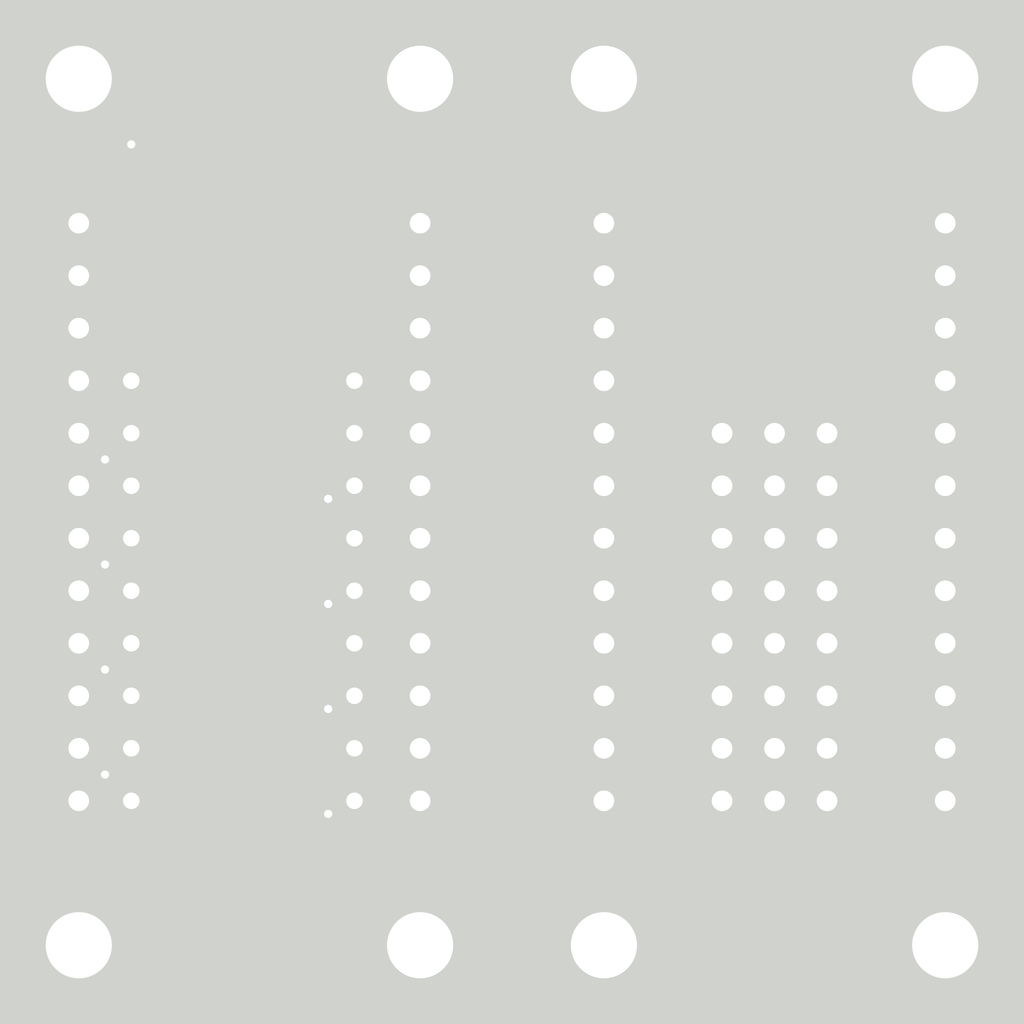
<source format=kicad_pcb>
(kicad_pcb (version 4) (host pcbnew 4.0.7+dfsg1-1~bpo9+1)

  (general
    (links 84)
    (no_connects 1)
    (area 124.46 82.55 173.990001 132.080001)
    (thickness 1.6)
    (drawings 4)
    (tracks 143)
    (zones 0)
    (modules 26)
    (nets 31)
  )

  (page A4)
  (layers
    (0 F.Cu signal)
    (31 B.Cu signal)
    (32 B.Adhes user)
    (33 F.Adhes user)
    (34 B.Paste user)
    (35 F.Paste user)
    (36 B.SilkS user)
    (37 F.SilkS user)
    (38 B.Mask user)
    (39 F.Mask user)
    (40 Dwgs.User user)
    (41 Cmts.User user)
    (42 Eco1.User user)
    (43 Eco2.User user)
    (44 Edge.Cuts user)
    (45 Margin user)
    (46 B.CrtYd user)
    (47 F.CrtYd user)
    (48 B.Fab user)
    (49 F.Fab user)
  )

  (setup
    (last_trace_width 0.25)
    (user_trace_width 0.5)
    (trace_clearance 0.2)
    (zone_clearance 0.508)
    (zone_45_only no)
    (trace_min 0.2)
    (segment_width 0.2)
    (edge_width 0.1)
    (via_size 0.6)
    (via_drill 0.4)
    (via_min_size 0.4)
    (via_min_drill 0.3)
    (uvia_size 0.3)
    (uvia_drill 0.1)
    (uvias_allowed no)
    (uvia_min_size 0.2)
    (uvia_min_drill 0.1)
    (pcb_text_width 0.3)
    (pcb_text_size 1.5 1.5)
    (mod_edge_width 0.15)
    (mod_text_size 1 1)
    (mod_text_width 0.15)
    (pad_size 1.5 1.5)
    (pad_drill 0.6)
    (pad_to_mask_clearance 0)
    (aux_axis_origin 0 0)
    (visible_elements FFFFFFFF)
    (pcbplotparams
      (layerselection 0x00030_80000001)
      (usegerberextensions false)
      (excludeedgelayer true)
      (linewidth 0.100000)
      (plotframeref false)
      (viasonmask false)
      (mode 1)
      (useauxorigin false)
      (hpglpennumber 1)
      (hpglpenspeed 20)
      (hpglpendiameter 15)
      (hpglpenoverlay 2)
      (psnegative false)
      (psa4output false)
      (plotreference true)
      (plotvalue true)
      (plotinvisibletext false)
      (padsonsilk false)
      (subtractmaskfromsilk false)
      (outputformat 1)
      (mirror false)
      (drillshape 1)
      (scaleselection 1)
      (outputdirectory ""))
  )

  (net 0 "")
  (net 1 /VIN)
  (net 2 Earth)
  (net 3 /L0)
  (net 4 /L1)
  (net 5 /L2)
  (net 6 /L3)
  (net 7 /L4)
  (net 8 /L5)
  (net 9 /L6)
  (net 10 /L7)
  (net 11 "Net-(O1-Pad5)")
  (net 12 "Net-(O1-Pad6)")
  (net 13 "Net-(O1-Pad7)")
  (net 14 "Net-(O1-Pad8)")
  (net 15 "Net-(O1-Pad9)")
  (net 16 "Net-(O1-Pad10)")
  (net 17 "Net-(O1-Pad11)")
  (net 18 "Net-(O1-Pad12)")
  (net 19 /5V)
  (net 20 /3v3)
  (net 21 "Net-(H1-Pad1)")
  (net 22 "Net-(H1-Pad2)")
  (net 23 "Net-(H1-Pad3)")
  (net 24 "Net-(H1-Pad4)")
  (net 25 "Net-(H1-Pad5)")
  (net 26 "Net-(H1-Pad6)")
  (net 27 "Net-(H1-Pad7)")
  (net 28 "Net-(H1-Pad8)")
  (net 29 "Net-(I2-Pad1)")
  (net 30 "Net-(H3-Pad1)")

  (net_class Default "This is the default net class."
    (clearance 0.2)
    (trace_width 0.25)
    (via_dia 0.6)
    (via_drill 0.4)
    (uvia_dia 0.3)
    (uvia_drill 0.1)
    (add_net /3v3)
    (add_net /5V)
    (add_net /L0)
    (add_net /L1)
    (add_net /L2)
    (add_net /L3)
    (add_net /L4)
    (add_net /L5)
    (add_net /L6)
    (add_net /L7)
    (add_net /VIN)
    (add_net Earth)
    (add_net "Net-(H1-Pad1)")
    (add_net "Net-(H1-Pad2)")
    (add_net "Net-(H1-Pad3)")
    (add_net "Net-(H1-Pad4)")
    (add_net "Net-(H1-Pad5)")
    (add_net "Net-(H1-Pad6)")
    (add_net "Net-(H1-Pad7)")
    (add_net "Net-(H1-Pad8)")
    (add_net "Net-(H3-Pad1)")
    (add_net "Net-(I2-Pad1)")
    (add_net "Net-(O1-Pad10)")
    (add_net "Net-(O1-Pad11)")
    (add_net "Net-(O1-Pad12)")
    (add_net "Net-(O1-Pad5)")
    (add_net "Net-(O1-Pad6)")
    (add_net "Net-(O1-Pad7)")
    (add_net "Net-(O1-Pad8)")
    (add_net "Net-(O1-Pad9)")
  )

  (module Mounting_Holes:MountingHole_3.2mm_M3 (layer F.Cu) (tedit 5AC4CC0E) (tstamp 5AE76808)
    (at 153.67 128.27)
    (descr "Mounting Hole 3.2mm, no annular, M3")
    (tags "mounting hole 3.2mm no annular m3")
    (fp_text reference "" (at 0 -4.2) (layer F.SilkS) hide
      (effects (font (size 1 1) (thickness 0.15)))
    )
    (fp_text value M3 (at 0 -2.54) (layer F.Fab)
      (effects (font (size 1 1) (thickness 0.15)))
    )
    (fp_circle (center 0 0) (end 3.2 0) (layer Cmts.User) (width 0.15))
    (fp_circle (center 0 0) (end 3.45 0) (layer F.CrtYd) (width 0.05))
    (pad 1 np_thru_hole circle (at 0 0) (size 3.2 3.2) (drill 3.2) (layers *.Cu *.Mask))
  )

  (module Mounting_Holes:MountingHole_3.2mm_M3 (layer F.Cu) (tedit 5AC4CC0E) (tstamp 5AE76801)
    (at 144.78 128.27)
    (descr "Mounting Hole 3.2mm, no annular, M3")
    (tags "mounting hole 3.2mm no annular m3")
    (fp_text reference "" (at 0 -4.2) (layer F.SilkS) hide
      (effects (font (size 1 1) (thickness 0.15)))
    )
    (fp_text value M3 (at 0 -2.54) (layer F.Fab)
      (effects (font (size 1 1) (thickness 0.15)))
    )
    (fp_circle (center 0 0) (end 3.2 0) (layer Cmts.User) (width 0.15))
    (fp_circle (center 0 0) (end 3.45 0) (layer F.CrtYd) (width 0.05))
    (pad 1 np_thru_hole circle (at 0 0) (size 3.2 3.2) (drill 3.2) (layers *.Cu *.Mask))
  )

  (module Mounting_Holes:MountingHole_3.2mm_M3 (layer F.Cu) (tedit 5AC4CC0E) (tstamp 5ACA4CE3)
    (at 128.27 128.27)
    (descr "Mounting Hole 3.2mm, no annular, M3")
    (tags "mounting hole 3.2mm no annular m3")
    (fp_text reference "" (at 0 -4.2) (layer F.SilkS) hide
      (effects (font (size 1 1) (thickness 0.15)))
    )
    (fp_text value M3 (at 0 -2.54) (layer F.Fab)
      (effects (font (size 1 1) (thickness 0.15)))
    )
    (fp_circle (center 0 0) (end 3.2 0) (layer Cmts.User) (width 0.15))
    (fp_circle (center 0 0) (end 3.45 0) (layer F.CrtYd) (width 0.05))
    (pad 1 np_thru_hole circle (at 0 0) (size 3.2 3.2) (drill 3.2) (layers *.Cu *.Mask))
  )

  (module Mounting_Holes:MountingHole_3.2mm_M3 (layer F.Cu) (tedit 5AC4CC09) (tstamp 5ACA4CD6)
    (at 170.18 128.27)
    (descr "Mounting Hole 3.2mm, no annular, M3")
    (tags "mounting hole 3.2mm no annular m3")
    (fp_text reference "" (at 0 -4.2) (layer F.SilkS) hide
      (effects (font (size 1 1) (thickness 0.15)))
    )
    (fp_text value M3 (at 0 -2.54) (layer F.Fab)
      (effects (font (size 1 1) (thickness 0.15)))
    )
    (fp_circle (center 0 0) (end 3.2 0) (layer Cmts.User) (width 0.15))
    (fp_circle (center 0 0) (end 3.45 0) (layer F.CrtYd) (width 0.05))
    (pad 1 np_thru_hole circle (at 0 0) (size 3.2 3.2) (drill 3.2) (layers *.Cu *.Mask))
  )

  (module Mounting_Holes:MountingHole_3.2mm_M3 (layer F.Cu) (tedit 5AC4CC05) (tstamp 5AE76579)
    (at 153.67 86.36)
    (descr "Mounting Hole 3.2mm, no annular, M3")
    (tags "mounting hole 3.2mm no annular m3")
    (fp_text reference M3 (at 0 2.54) (layer F.Fab)
      (effects (font (size 1 1) (thickness 0.15)))
    )
    (fp_text value "" (at 0 4.2) (layer F.Fab) hide
      (effects (font (size 1 1) (thickness 0.15)))
    )
    (fp_circle (center 0 0) (end 3.2 0) (layer Cmts.User) (width 0.15))
    (fp_circle (center 0 0) (end 3.45 0) (layer F.CrtYd) (width 0.05))
    (pad 1 np_thru_hole circle (at 0 0) (size 3.2 3.2) (drill 3.2) (layers *.Cu *.Mask))
  )

  (module Mounting_Holes:MountingHole_3.2mm_M3 (layer F.Cu) (tedit 5AC4CC05) (tstamp 5AE76572)
    (at 144.78 86.36)
    (descr "Mounting Hole 3.2mm, no annular, M3")
    (tags "mounting hole 3.2mm no annular m3")
    (fp_text reference M3 (at 0 2.54) (layer F.Fab)
      (effects (font (size 1 1) (thickness 0.15)))
    )
    (fp_text value "" (at 0 4.2) (layer F.Fab) hide
      (effects (font (size 1 1) (thickness 0.15)))
    )
    (fp_circle (center 0 0) (end 3.2 0) (layer Cmts.User) (width 0.15))
    (fp_circle (center 0 0) (end 3.45 0) (layer F.CrtYd) (width 0.05))
    (pad 1 np_thru_hole circle (at 0 0) (size 3.2 3.2) (drill 3.2) (layers *.Cu *.Mask))
  )

  (module Mounting_Holes:MountingHole_3.2mm_M3 (layer F.Cu) (tedit 5AC4CC02) (tstamp 5ACA4CBC)
    (at 128.27 86.36)
    (descr "Mounting Hole 3.2mm, no annular, M3")
    (tags "mounting hole 3.2mm no annular m3")
    (fp_text reference M3 (at 0 2.54) (layer F.Fab)
      (effects (font (size 1 1) (thickness 0.15)))
    )
    (fp_text value "" (at 0 4.2) (layer F.Fab) hide
      (effects (font (size 1 1) (thickness 0.15)))
    )
    (fp_circle (center 0 0) (end 3.2 0) (layer Cmts.User) (width 0.15))
    (fp_circle (center 0 0) (end 3.45 0) (layer F.CrtYd) (width 0.05))
    (pad 1 np_thru_hole circle (at 0 0) (size 3.2 3.2) (drill 3.2) (layers *.Cu *.Mask))
  )

  (module Mounting_Holes:MountingHole_3.2mm_M3 (layer F.Cu) (tedit 5AC4CC05) (tstamp 5ACA4CC9)
    (at 170.18 86.36)
    (descr "Mounting Hole 3.2mm, no annular, M3")
    (tags "mounting hole 3.2mm no annular m3")
    (fp_text reference M3 (at 0 2.54) (layer F.Fab)
      (effects (font (size 1 1) (thickness 0.15)))
    )
    (fp_text value "" (at 0 4.2) (layer F.Fab) hide
      (effects (font (size 1 1) (thickness 0.15)))
    )
    (fp_circle (center 0 0) (end 3.2 0) (layer Cmts.User) (width 0.15))
    (fp_circle (center 0 0) (end 3.45 0) (layer F.CrtYd) (width 0.05))
    (pad 1 np_thru_hole circle (at 0 0) (size 3.2 3.2) (drill 3.2) (layers *.Cu *.Mask))
  )

  (module Pin_Headers:Pin_Header_Straight_1x12_Pitch2.54mm (layer F.Cu) (tedit 5AE762AD) (tstamp 5AC3D654)
    (at 128.27 93.345)
    (descr "Through hole straight pin header, 1x12, 2.54mm pitch, single row")
    (tags "Through hole pin header THT 1x12 2.54mm single row")
    (path /5AC3D559)
    (fp_text reference I1 (at 0 -2.33) (layer F.Fab)
      (effects (font (size 1 1) (thickness 0.15)))
    )
    (fp_text value Input (at 0 30.27) (layer F.Fab)
      (effects (font (size 1 1) (thickness 0.15)))
    )
    (fp_line (start -0.635 -1.27) (end 1.27 -1.27) (layer F.Fab) (width 0.1))
    (fp_line (start 1.27 -1.27) (end 1.27 29.21) (layer F.Fab) (width 0.1))
    (fp_line (start 1.27 29.21) (end -1.27 29.21) (layer F.Fab) (width 0.1))
    (fp_line (start -1.27 29.21) (end -1.27 -0.635) (layer F.Fab) (width 0.1))
    (fp_line (start -1.27 -0.635) (end -0.635 -1.27) (layer F.Fab) (width 0.1))
    (fp_line (start -1.33 29.27) (end 1.33 29.27) (layer F.SilkS) (width 0.12))
    (fp_line (start -1.33 1.27) (end -1.33 29.27) (layer F.SilkS) (width 0.12))
    (fp_line (start 1.33 1.27) (end 1.33 29.27) (layer F.SilkS) (width 0.12))
    (fp_line (start -1.33 1.27) (end 1.33 1.27) (layer F.SilkS) (width 0.12))
    (fp_line (start -1.33 0) (end -1.33 -1.33) (layer F.SilkS) (width 0.12))
    (fp_line (start -1.33 -1.33) (end 0 -1.33) (layer F.SilkS) (width 0.12))
    (fp_line (start -1.8 -1.8) (end -1.8 29.75) (layer F.CrtYd) (width 0.05))
    (fp_line (start -1.8 29.75) (end 1.8 29.75) (layer F.CrtYd) (width 0.05))
    (fp_line (start 1.8 29.75) (end 1.8 -1.8) (layer F.CrtYd) (width 0.05))
    (fp_line (start 1.8 -1.8) (end -1.8 -1.8) (layer F.CrtYd) (width 0.05))
    (fp_text user %R (at 0 13.97 90) (layer F.Fab)
      (effects (font (size 1 1) (thickness 0.15)))
    )
    (pad 1 thru_hole rect (at 0 0) (size 1.7 1.7) (drill 1) (layers *.Cu *.Mask)
      (net 1 /VIN))
    (pad 2 thru_hole oval (at 0 2.54) (size 1.7 1.7) (drill 1) (layers *.Cu *.Mask)
      (net 19 /5V))
    (pad 3 thru_hole oval (at 0 5.08) (size 1.7 1.7) (drill 1) (layers *.Cu *.Mask)
      (net 2 Earth))
    (pad 4 thru_hole oval (at 0 7.62) (size 1.7 1.7) (drill 1) (layers *.Cu *.Mask))
    (pad 5 thru_hole oval (at 0 10.16) (size 1.7 1.7) (drill 1) (layers *.Cu *.Mask)
      (net 3 /L0))
    (pad 6 thru_hole oval (at 0 12.7) (size 1.7 1.7) (drill 1) (layers *.Cu *.Mask)
      (net 4 /L1))
    (pad 7 thru_hole oval (at 0 15.24) (size 1.7 1.7) (drill 1) (layers *.Cu *.Mask)
      (net 5 /L2))
    (pad 8 thru_hole oval (at 0 17.78) (size 1.7 1.7) (drill 1) (layers *.Cu *.Mask)
      (net 6 /L3))
    (pad 9 thru_hole oval (at 0 20.32) (size 1.7 1.7) (drill 1) (layers *.Cu *.Mask)
      (net 7 /L4))
    (pad 10 thru_hole oval (at 0 22.86) (size 1.7 1.7) (drill 1) (layers *.Cu *.Mask)
      (net 8 /L5))
    (pad 11 thru_hole oval (at 0 25.4) (size 1.7 1.7) (drill 1) (layers *.Cu *.Mask)
      (net 9 /L6))
    (pad 12 thru_hole oval (at 0 27.94) (size 1.7 1.7) (drill 1) (layers *.Cu *.Mask)
      (net 10 /L7))
    (model ${KISYS3DMOD}/Pin_Headers.3dshapes/Pin_Header_Straight_1x12_Pitch2.54mm.wrl
      (at (xyz 0 0 0))
      (scale (xyz 1 1 1))
      (rotate (xyz 0 0 0))
    )
  )

  (module Socket_Strips:Socket_Strip_Straight_1x12_Pitch2.54mm (layer F.Cu) (tedit 5AE762A6) (tstamp 5AC3D673)
    (at 144.78 93.345)
    (descr "Through hole straight socket strip, 1x12, 2.54mm pitch, single row")
    (tags "Through hole socket strip THT 1x12 2.54mm single row")
    (path /5AC3D61D)
    (fp_text reference O1 (at 0 -2.33) (layer F.Fab)
      (effects (font (size 1 1) (thickness 0.15)))
    )
    (fp_text value Output (at 0 30.27) (layer F.Fab)
      (effects (font (size 1 1) (thickness 0.15)))
    )
    (fp_line (start -1.27 -1.27) (end -1.27 29.21) (layer F.Fab) (width 0.1))
    (fp_line (start -1.27 29.21) (end 1.27 29.21) (layer F.Fab) (width 0.1))
    (fp_line (start 1.27 29.21) (end 1.27 -1.27) (layer F.Fab) (width 0.1))
    (fp_line (start 1.27 -1.27) (end -1.27 -1.27) (layer F.Fab) (width 0.1))
    (fp_line (start -1.33 1.27) (end -1.33 29.27) (layer F.SilkS) (width 0.12))
    (fp_line (start -1.33 29.27) (end 1.33 29.27) (layer F.SilkS) (width 0.12))
    (fp_line (start 1.33 29.27) (end 1.33 1.27) (layer F.SilkS) (width 0.12))
    (fp_line (start 1.33 1.27) (end -1.33 1.27) (layer F.SilkS) (width 0.12))
    (fp_line (start -1.33 0) (end -1.33 -1.33) (layer F.SilkS) (width 0.12))
    (fp_line (start -1.33 -1.33) (end 0 -1.33) (layer F.SilkS) (width 0.12))
    (fp_line (start -1.8 -1.8) (end -1.8 29.75) (layer F.CrtYd) (width 0.05))
    (fp_line (start -1.8 29.75) (end 1.8 29.75) (layer F.CrtYd) (width 0.05))
    (fp_line (start 1.8 29.75) (end 1.8 -1.8) (layer F.CrtYd) (width 0.05))
    (fp_line (start 1.8 -1.8) (end -1.8 -1.8) (layer F.CrtYd) (width 0.05))
    (fp_text user %R (at 0 -2.33) (layer F.Fab) hide
      (effects (font (size 1 1) (thickness 0.15)))
    )
    (pad 1 thru_hole rect (at 0 0) (size 1.7 1.7) (drill 1) (layers *.Cu *.Mask)
      (net 1 /VIN))
    (pad 2 thru_hole oval (at 0 2.54) (size 1.7 1.7) (drill 1) (layers *.Cu *.Mask)
      (net 20 /3v3))
    (pad 3 thru_hole oval (at 0 5.08) (size 1.7 1.7) (drill 1) (layers *.Cu *.Mask)
      (net 2 Earth))
    (pad 4 thru_hole oval (at 0 7.62) (size 1.7 1.7) (drill 1) (layers *.Cu *.Mask))
    (pad 5 thru_hole oval (at 0 10.16) (size 1.7 1.7) (drill 1) (layers *.Cu *.Mask)
      (net 11 "Net-(O1-Pad5)"))
    (pad 6 thru_hole oval (at 0 12.7) (size 1.7 1.7) (drill 1) (layers *.Cu *.Mask)
      (net 12 "Net-(O1-Pad6)"))
    (pad 7 thru_hole oval (at 0 15.24) (size 1.7 1.7) (drill 1) (layers *.Cu *.Mask)
      (net 13 "Net-(O1-Pad7)"))
    (pad 8 thru_hole oval (at 0 17.78) (size 1.7 1.7) (drill 1) (layers *.Cu *.Mask)
      (net 14 "Net-(O1-Pad8)"))
    (pad 9 thru_hole oval (at 0 20.32) (size 1.7 1.7) (drill 1) (layers *.Cu *.Mask)
      (net 15 "Net-(O1-Pad9)"))
    (pad 10 thru_hole oval (at 0 22.86) (size 1.7 1.7) (drill 1) (layers *.Cu *.Mask)
      (net 16 "Net-(O1-Pad10)"))
    (pad 11 thru_hole oval (at 0 25.4) (size 1.7 1.7) (drill 1) (layers *.Cu *.Mask)
      (net 17 "Net-(O1-Pad11)"))
    (pad 12 thru_hole oval (at 0 27.94) (size 1.7 1.7) (drill 1) (layers *.Cu *.Mask)
      (net 18 "Net-(O1-Pad12)"))
    (model ${KISYS3DMOD}/Socket_Strips.3dshapes/Socket_Strip_Straight_1x12_Pitch2.54mm.wrl
      (at (xyz 0 -0.55 0))
      (scale (xyz 1 1 1))
      (rotate (xyz 0 0 270))
    )
  )

  (module TO_SOT_Packages_SMD:SOT-223-3Lead_TabPin2 (layer F.Cu) (tedit 5AE76DE1) (tstamp 5ACB8286)
    (at 136.525 91.44)
    (descr "module CMS SOT223 4 pins")
    (tags "CMS SOT")
    (path /5ACBB197)
    (attr smd)
    (fp_text reference U1 (at 0 -4.5) (layer F.Fab)
      (effects (font (size 1 1) (thickness 0.15)))
    )
    (fp_text value AP1117-33 (at 0 4.5) (layer F.Fab)
      (effects (font (size 1 1) (thickness 0.15)))
    )
    (fp_text user %R (at 0 0 90) (layer F.Fab)
      (effects (font (size 0.8 0.8) (thickness 0.12)))
    )
    (fp_line (start 1.91 3.41) (end 1.91 2.15) (layer F.SilkS) (width 0.12))
    (fp_line (start 1.91 -3.41) (end 1.91 -2.15) (layer F.SilkS) (width 0.12))
    (fp_line (start 4.4 -3.6) (end -4.4 -3.6) (layer F.CrtYd) (width 0.05))
    (fp_line (start 4.4 3.6) (end 4.4 -3.6) (layer F.CrtYd) (width 0.05))
    (fp_line (start -4.4 3.6) (end 4.4 3.6) (layer F.CrtYd) (width 0.05))
    (fp_line (start -4.4 -3.6) (end -4.4 3.6) (layer F.CrtYd) (width 0.05))
    (fp_line (start -1.85 -2.35) (end -0.85 -3.35) (layer F.Fab) (width 0.1))
    (fp_line (start -1.85 -2.35) (end -1.85 3.35) (layer F.Fab) (width 0.1))
    (fp_line (start -1.85 3.41) (end 1.91 3.41) (layer F.SilkS) (width 0.12))
    (fp_line (start -0.85 -3.35) (end 1.85 -3.35) (layer F.Fab) (width 0.1))
    (fp_line (start -4.1 -3.41) (end 1.91 -3.41) (layer F.SilkS) (width 0.12))
    (fp_line (start -1.85 3.35) (end 1.85 3.35) (layer F.Fab) (width 0.1))
    (fp_line (start 1.85 -3.35) (end 1.85 3.35) (layer F.Fab) (width 0.1))
    (pad 2 smd rect (at 3.15 0) (size 2 3.8) (layers F.Cu F.Paste F.Mask)
      (net 20 /3v3))
    (pad 2 smd rect (at -3.15 0) (size 2 1.5) (layers F.Cu F.Paste F.Mask)
      (net 20 /3v3))
    (pad 3 smd rect (at -3.15 2.3) (size 2 1.5) (layers F.Cu F.Paste F.Mask)
      (net 19 /5V))
    (pad 1 smd rect (at -3.15 -2.3) (size 2 1.5) (layers F.Cu F.Paste F.Mask)
      (net 2 Earth))
    (model ${KISYS3DMOD}/TO_SOT_Packages_SMD.3dshapes/SOT-223.wrl
      (at (xyz 0 0 0))
      (scale (xyz 1 1 1))
      (rotate (xyz 0 0 0))
    )
  )

  (module Resistors_THT:R_Array_SIP9 (layer F.Cu) (tedit 5AE77512) (tstamp 5AE75DFC)
    (at 141.605 100.965 270)
    (descr "9-pin Resistor SIP pack")
    (tags R)
    (path /5AE7638E)
    (fp_text reference RN1 (at 23.495 0.635 270) (layer F.Fab)
      (effects (font (size 1 1) (thickness 0.15)))
    )
    (fp_text value R_Network08 (at 11.43 2.4 270) (layer F.Fab)
      (effects (font (size 1 1) (thickness 0.15)))
    )
    (fp_line (start -1.29 -1.25) (end -1.29 1.25) (layer F.Fab) (width 0.1))
    (fp_line (start -1.29 1.25) (end 21.61 1.25) (layer F.Fab) (width 0.1))
    (fp_line (start 21.61 1.25) (end 21.61 -1.25) (layer F.Fab) (width 0.1))
    (fp_line (start 21.61 -1.25) (end -1.29 -1.25) (layer F.Fab) (width 0.1))
    (fp_line (start 1.27 -1.25) (end 1.27 1.25) (layer F.Fab) (width 0.1))
    (fp_line (start -1.44 -1.4) (end -1.44 1.4) (layer F.SilkS) (width 0.12))
    (fp_line (start -1.44 1.4) (end 21.76 1.4) (layer F.SilkS) (width 0.12))
    (fp_line (start 21.76 1.4) (end 21.76 -1.4) (layer F.SilkS) (width 0.12))
    (fp_line (start 21.76 -1.4) (end -1.44 -1.4) (layer F.SilkS) (width 0.12))
    (fp_line (start 1.27 -1.4) (end 1.27 1.4) (layer F.SilkS) (width 0.12))
    (fp_line (start -1.7 -1.65) (end -1.7 1.65) (layer F.CrtYd) (width 0.05))
    (fp_line (start -1.7 1.65) (end 22.05 1.65) (layer F.CrtYd) (width 0.05))
    (fp_line (start 22.05 1.65) (end 22.05 -1.65) (layer F.CrtYd) (width 0.05))
    (fp_line (start 22.05 -1.65) (end -1.7 -1.65) (layer F.CrtYd) (width 0.05))
    (pad 1 thru_hole rect (at 0 0 270) (size 1.6 1.6) (drill 0.8) (layers *.Cu *.Mask)
      (net 20 /3v3))
    (pad 2 thru_hole oval (at 2.54 0 270) (size 1.6 1.6) (drill 0.8) (layers *.Cu *.Mask)
      (net 11 "Net-(O1-Pad5)"))
    (pad 3 thru_hole oval (at 5.08 0 270) (size 1.6 1.6) (drill 0.8) (layers *.Cu *.Mask)
      (net 12 "Net-(O1-Pad6)"))
    (pad 4 thru_hole oval (at 7.62 0 270) (size 1.6 1.6) (drill 0.8) (layers *.Cu *.Mask)
      (net 13 "Net-(O1-Pad7)"))
    (pad 5 thru_hole oval (at 10.16 0 270) (size 1.6 1.6) (drill 0.8) (layers *.Cu *.Mask)
      (net 14 "Net-(O1-Pad8)"))
    (pad 6 thru_hole oval (at 12.7 0 270) (size 1.6 1.6) (drill 0.8) (layers *.Cu *.Mask)
      (net 15 "Net-(O1-Pad9)"))
    (pad 7 thru_hole oval (at 15.24 0 270) (size 1.6 1.6) (drill 0.8) (layers *.Cu *.Mask)
      (net 16 "Net-(O1-Pad10)"))
    (pad 8 thru_hole oval (at 17.78 0 270) (size 1.6 1.6) (drill 0.8) (layers *.Cu *.Mask)
      (net 17 "Net-(O1-Pad11)"))
    (pad 9 thru_hole oval (at 20.32 0 270) (size 1.6 1.6) (drill 0.8) (layers *.Cu *.Mask)
      (net 18 "Net-(O1-Pad12)"))
    (model ${KISYS3DMOD}/Resistors_THT.3dshapes/R_Array_SIP9.wrl
      (at (xyz 0 0 0))
      (scale (xyz 0.39 0.39 0.39))
      (rotate (xyz 0 0 0))
    )
  )

  (module TO_SOT_Packages_SMD:SOT-23 (layer F.Cu) (tedit 5AE76356) (tstamp 5AE75FCA)
    (at 133.985 103.505 180)
    (descr "SOT-23, Standard")
    (tags SOT-23)
    (path /5ACB78FB)
    (attr smd)
    (fp_text reference Q1 (at 0 -2.5 180) (layer F.SilkS) hide
      (effects (font (size 1 1) (thickness 0.15)))
    )
    (fp_text value BSS138 (at 0 2.5 180) (layer F.Fab)
      (effects (font (size 1 1) (thickness 0.15)))
    )
    (fp_text user %R (at 0 0 270) (layer F.Fab)
      (effects (font (size 0.5 0.5) (thickness 0.075)))
    )
    (fp_line (start -0.7 -0.95) (end -0.7 1.5) (layer F.Fab) (width 0.1))
    (fp_line (start -0.15 -1.52) (end 0.7 -1.52) (layer F.Fab) (width 0.1))
    (fp_line (start -0.7 -0.95) (end -0.15 -1.52) (layer F.Fab) (width 0.1))
    (fp_line (start 0.7 -1.52) (end 0.7 1.52) (layer F.Fab) (width 0.1))
    (fp_line (start -0.7 1.52) (end 0.7 1.52) (layer F.Fab) (width 0.1))
    (fp_line (start 0.76 1.58) (end 0.76 0.65) (layer F.SilkS) (width 0.12))
    (fp_line (start 0.76 -1.58) (end 0.76 -0.65) (layer F.SilkS) (width 0.12))
    (fp_line (start -1.7 -1.75) (end 1.7 -1.75) (layer F.CrtYd) (width 0.05))
    (fp_line (start 1.7 -1.75) (end 1.7 1.75) (layer F.CrtYd) (width 0.05))
    (fp_line (start 1.7 1.75) (end -1.7 1.75) (layer F.CrtYd) (width 0.05))
    (fp_line (start -1.7 1.75) (end -1.7 -1.75) (layer F.CrtYd) (width 0.05))
    (fp_line (start 0.76 -1.58) (end -1.4 -1.58) (layer F.SilkS) (width 0.12))
    (fp_line (start 0.76 1.58) (end -0.7 1.58) (layer F.SilkS) (width 0.12))
    (pad 1 smd rect (at -1 -0.95 180) (size 0.9 0.8) (layers F.Cu F.Paste F.Mask)
      (net 19 /5V))
    (pad 2 smd rect (at -1 0.95 180) (size 0.9 0.8) (layers F.Cu F.Paste F.Mask)
      (net 11 "Net-(O1-Pad5)"))
    (pad 3 smd rect (at 1 0 180) (size 0.9 0.8) (layers F.Cu F.Paste F.Mask)
      (net 3 /L0))
    (model ${KISYS3DMOD}/TO_SOT_Packages_SMD.3dshapes/SOT-23.wrl
      (at (xyz 0 0 0))
      (scale (xyz 1 1 1))
      (rotate (xyz 0 0 0))
    )
  )

  (module TO_SOT_Packages_SMD:SOT-23 (layer F.Cu) (tedit 5AE7635C) (tstamp 5AE75FDF)
    (at 138.43 106.045 180)
    (descr "SOT-23, Standard")
    (tags SOT-23)
    (path /5ACB7E8A)
    (attr smd)
    (fp_text reference Q2 (at 0 -2.5 180) (layer F.SilkS) hide
      (effects (font (size 1 1) (thickness 0.15)))
    )
    (fp_text value BSS138 (at 0 2.5 180) (layer F.Fab)
      (effects (font (size 1 1) (thickness 0.15)))
    )
    (fp_text user %R (at 0 0 270) (layer F.Fab)
      (effects (font (size 0.5 0.5) (thickness 0.075)))
    )
    (fp_line (start -0.7 -0.95) (end -0.7 1.5) (layer F.Fab) (width 0.1))
    (fp_line (start -0.15 -1.52) (end 0.7 -1.52) (layer F.Fab) (width 0.1))
    (fp_line (start -0.7 -0.95) (end -0.15 -1.52) (layer F.Fab) (width 0.1))
    (fp_line (start 0.7 -1.52) (end 0.7 1.52) (layer F.Fab) (width 0.1))
    (fp_line (start -0.7 1.52) (end 0.7 1.52) (layer F.Fab) (width 0.1))
    (fp_line (start 0.76 1.58) (end 0.76 0.65) (layer F.SilkS) (width 0.12))
    (fp_line (start 0.76 -1.58) (end 0.76 -0.65) (layer F.SilkS) (width 0.12))
    (fp_line (start -1.7 -1.75) (end 1.7 -1.75) (layer F.CrtYd) (width 0.05))
    (fp_line (start 1.7 -1.75) (end 1.7 1.75) (layer F.CrtYd) (width 0.05))
    (fp_line (start 1.7 1.75) (end -1.7 1.75) (layer F.CrtYd) (width 0.05))
    (fp_line (start -1.7 1.75) (end -1.7 -1.75) (layer F.CrtYd) (width 0.05))
    (fp_line (start 0.76 -1.58) (end -1.4 -1.58) (layer F.SilkS) (width 0.12))
    (fp_line (start 0.76 1.58) (end -0.7 1.58) (layer F.SilkS) (width 0.12))
    (pad 1 smd rect (at -1 -0.95 180) (size 0.9 0.8) (layers F.Cu F.Paste F.Mask)
      (net 19 /5V))
    (pad 2 smd rect (at -1 0.95 180) (size 0.9 0.8) (layers F.Cu F.Paste F.Mask)
      (net 12 "Net-(O1-Pad6)"))
    (pad 3 smd rect (at 1 0 180) (size 0.9 0.8) (layers F.Cu F.Paste F.Mask)
      (net 4 /L1))
    (model ${KISYS3DMOD}/TO_SOT_Packages_SMD.3dshapes/SOT-23.wrl
      (at (xyz 0 0 0))
      (scale (xyz 1 1 1))
      (rotate (xyz 0 0 0))
    )
  )

  (module TO_SOT_Packages_SMD:SOT-23 (layer F.Cu) (tedit 5AE76360) (tstamp 5AE75FF4)
    (at 133.985 108.585 180)
    (descr "SOT-23, Standard")
    (tags SOT-23)
    (path /5ACB8495)
    (attr smd)
    (fp_text reference Q3 (at 0 -2.5 180) (layer F.SilkS) hide
      (effects (font (size 1 1) (thickness 0.15)))
    )
    (fp_text value BSS138 (at 0 2.5 180) (layer F.Fab)
      (effects (font (size 1 1) (thickness 0.15)))
    )
    (fp_text user %R (at 0 0 270) (layer F.Fab)
      (effects (font (size 0.5 0.5) (thickness 0.075)))
    )
    (fp_line (start -0.7 -0.95) (end -0.7 1.5) (layer F.Fab) (width 0.1))
    (fp_line (start -0.15 -1.52) (end 0.7 -1.52) (layer F.Fab) (width 0.1))
    (fp_line (start -0.7 -0.95) (end -0.15 -1.52) (layer F.Fab) (width 0.1))
    (fp_line (start 0.7 -1.52) (end 0.7 1.52) (layer F.Fab) (width 0.1))
    (fp_line (start -0.7 1.52) (end 0.7 1.52) (layer F.Fab) (width 0.1))
    (fp_line (start 0.76 1.58) (end 0.76 0.65) (layer F.SilkS) (width 0.12))
    (fp_line (start 0.76 -1.58) (end 0.76 -0.65) (layer F.SilkS) (width 0.12))
    (fp_line (start -1.7 -1.75) (end 1.7 -1.75) (layer F.CrtYd) (width 0.05))
    (fp_line (start 1.7 -1.75) (end 1.7 1.75) (layer F.CrtYd) (width 0.05))
    (fp_line (start 1.7 1.75) (end -1.7 1.75) (layer F.CrtYd) (width 0.05))
    (fp_line (start -1.7 1.75) (end -1.7 -1.75) (layer F.CrtYd) (width 0.05))
    (fp_line (start 0.76 -1.58) (end -1.4 -1.58) (layer F.SilkS) (width 0.12))
    (fp_line (start 0.76 1.58) (end -0.7 1.58) (layer F.SilkS) (width 0.12))
    (pad 1 smd rect (at -1 -0.95 180) (size 0.9 0.8) (layers F.Cu F.Paste F.Mask)
      (net 19 /5V))
    (pad 2 smd rect (at -1 0.95 180) (size 0.9 0.8) (layers F.Cu F.Paste F.Mask)
      (net 13 "Net-(O1-Pad7)"))
    (pad 3 smd rect (at 1 0 180) (size 0.9 0.8) (layers F.Cu F.Paste F.Mask)
      (net 5 /L2))
    (model ${KISYS3DMOD}/TO_SOT_Packages_SMD.3dshapes/SOT-23.wrl
      (at (xyz 0 0 0))
      (scale (xyz 1 1 1))
      (rotate (xyz 0 0 0))
    )
  )

  (module TO_SOT_Packages_SMD:SOT-23 (layer F.Cu) (tedit 5AE76365) (tstamp 5AE76009)
    (at 138.43 111.125 180)
    (descr "SOT-23, Standard")
    (tags SOT-23)
    (path /5ACB8A44)
    (attr smd)
    (fp_text reference Q4 (at 0 -2.5 180) (layer F.SilkS) hide
      (effects (font (size 1 1) (thickness 0.15)))
    )
    (fp_text value BSS138 (at 0 2.5 180) (layer F.Fab)
      (effects (font (size 1 1) (thickness 0.15)))
    )
    (fp_text user %R (at 0 0 270) (layer F.Fab)
      (effects (font (size 0.5 0.5) (thickness 0.075)))
    )
    (fp_line (start -0.7 -0.95) (end -0.7 1.5) (layer F.Fab) (width 0.1))
    (fp_line (start -0.15 -1.52) (end 0.7 -1.52) (layer F.Fab) (width 0.1))
    (fp_line (start -0.7 -0.95) (end -0.15 -1.52) (layer F.Fab) (width 0.1))
    (fp_line (start 0.7 -1.52) (end 0.7 1.52) (layer F.Fab) (width 0.1))
    (fp_line (start -0.7 1.52) (end 0.7 1.52) (layer F.Fab) (width 0.1))
    (fp_line (start 0.76 1.58) (end 0.76 0.65) (layer F.SilkS) (width 0.12))
    (fp_line (start 0.76 -1.58) (end 0.76 -0.65) (layer F.SilkS) (width 0.12))
    (fp_line (start -1.7 -1.75) (end 1.7 -1.75) (layer F.CrtYd) (width 0.05))
    (fp_line (start 1.7 -1.75) (end 1.7 1.75) (layer F.CrtYd) (width 0.05))
    (fp_line (start 1.7 1.75) (end -1.7 1.75) (layer F.CrtYd) (width 0.05))
    (fp_line (start -1.7 1.75) (end -1.7 -1.75) (layer F.CrtYd) (width 0.05))
    (fp_line (start 0.76 -1.58) (end -1.4 -1.58) (layer F.SilkS) (width 0.12))
    (fp_line (start 0.76 1.58) (end -0.7 1.58) (layer F.SilkS) (width 0.12))
    (pad 1 smd rect (at -1 -0.95 180) (size 0.9 0.8) (layers F.Cu F.Paste F.Mask)
      (net 19 /5V))
    (pad 2 smd rect (at -1 0.95 180) (size 0.9 0.8) (layers F.Cu F.Paste F.Mask)
      (net 14 "Net-(O1-Pad8)"))
    (pad 3 smd rect (at 1 0 180) (size 0.9 0.8) (layers F.Cu F.Paste F.Mask)
      (net 6 /L3))
    (model ${KISYS3DMOD}/TO_SOT_Packages_SMD.3dshapes/SOT-23.wrl
      (at (xyz 0 0 0))
      (scale (xyz 1 1 1))
      (rotate (xyz 0 0 0))
    )
  )

  (module TO_SOT_Packages_SMD:SOT-23 (layer F.Cu) (tedit 5AE76369) (tstamp 5AE7601E)
    (at 133.985 113.665 180)
    (descr "SOT-23, Standard")
    (tags SOT-23)
    (path /5ACB90B7)
    (attr smd)
    (fp_text reference Q5 (at 0 -2.5 180) (layer F.SilkS) hide
      (effects (font (size 1 1) (thickness 0.15)))
    )
    (fp_text value BSS138 (at 0 2.5 180) (layer F.Fab)
      (effects (font (size 1 1) (thickness 0.15)))
    )
    (fp_text user %R (at 0 0 270) (layer F.Fab)
      (effects (font (size 0.5 0.5) (thickness 0.075)))
    )
    (fp_line (start -0.7 -0.95) (end -0.7 1.5) (layer F.Fab) (width 0.1))
    (fp_line (start -0.15 -1.52) (end 0.7 -1.52) (layer F.Fab) (width 0.1))
    (fp_line (start -0.7 -0.95) (end -0.15 -1.52) (layer F.Fab) (width 0.1))
    (fp_line (start 0.7 -1.52) (end 0.7 1.52) (layer F.Fab) (width 0.1))
    (fp_line (start -0.7 1.52) (end 0.7 1.52) (layer F.Fab) (width 0.1))
    (fp_line (start 0.76 1.58) (end 0.76 0.65) (layer F.SilkS) (width 0.12))
    (fp_line (start 0.76 -1.58) (end 0.76 -0.65) (layer F.SilkS) (width 0.12))
    (fp_line (start -1.7 -1.75) (end 1.7 -1.75) (layer F.CrtYd) (width 0.05))
    (fp_line (start 1.7 -1.75) (end 1.7 1.75) (layer F.CrtYd) (width 0.05))
    (fp_line (start 1.7 1.75) (end -1.7 1.75) (layer F.CrtYd) (width 0.05))
    (fp_line (start -1.7 1.75) (end -1.7 -1.75) (layer F.CrtYd) (width 0.05))
    (fp_line (start 0.76 -1.58) (end -1.4 -1.58) (layer F.SilkS) (width 0.12))
    (fp_line (start 0.76 1.58) (end -0.7 1.58) (layer F.SilkS) (width 0.12))
    (pad 1 smd rect (at -1 -0.95 180) (size 0.9 0.8) (layers F.Cu F.Paste F.Mask)
      (net 19 /5V))
    (pad 2 smd rect (at -1 0.95 180) (size 0.9 0.8) (layers F.Cu F.Paste F.Mask)
      (net 15 "Net-(O1-Pad9)"))
    (pad 3 smd rect (at 1 0 180) (size 0.9 0.8) (layers F.Cu F.Paste F.Mask)
      (net 7 /L4))
    (model ${KISYS3DMOD}/TO_SOT_Packages_SMD.3dshapes/SOT-23.wrl
      (at (xyz 0 0 0))
      (scale (xyz 1 1 1))
      (rotate (xyz 0 0 0))
    )
  )

  (module TO_SOT_Packages_SMD:SOT-23 (layer F.Cu) (tedit 5AE7636D) (tstamp 5AE76033)
    (at 138.43 116.205 180)
    (descr "SOT-23, Standard")
    (tags SOT-23)
    (path /5ACB97D5)
    (attr smd)
    (fp_text reference Q6 (at 0 -2.5 180) (layer F.SilkS) hide
      (effects (font (size 1 1) (thickness 0.15)))
    )
    (fp_text value BSS138 (at 0 2.5 180) (layer F.Fab)
      (effects (font (size 1 1) (thickness 0.15)))
    )
    (fp_text user %R (at 0 0 270) (layer F.Fab)
      (effects (font (size 0.5 0.5) (thickness 0.075)))
    )
    (fp_line (start -0.7 -0.95) (end -0.7 1.5) (layer F.Fab) (width 0.1))
    (fp_line (start -0.15 -1.52) (end 0.7 -1.52) (layer F.Fab) (width 0.1))
    (fp_line (start -0.7 -0.95) (end -0.15 -1.52) (layer F.Fab) (width 0.1))
    (fp_line (start 0.7 -1.52) (end 0.7 1.52) (layer F.Fab) (width 0.1))
    (fp_line (start -0.7 1.52) (end 0.7 1.52) (layer F.Fab) (width 0.1))
    (fp_line (start 0.76 1.58) (end 0.76 0.65) (layer F.SilkS) (width 0.12))
    (fp_line (start 0.76 -1.58) (end 0.76 -0.65) (layer F.SilkS) (width 0.12))
    (fp_line (start -1.7 -1.75) (end 1.7 -1.75) (layer F.CrtYd) (width 0.05))
    (fp_line (start 1.7 -1.75) (end 1.7 1.75) (layer F.CrtYd) (width 0.05))
    (fp_line (start 1.7 1.75) (end -1.7 1.75) (layer F.CrtYd) (width 0.05))
    (fp_line (start -1.7 1.75) (end -1.7 -1.75) (layer F.CrtYd) (width 0.05))
    (fp_line (start 0.76 -1.58) (end -1.4 -1.58) (layer F.SilkS) (width 0.12))
    (fp_line (start 0.76 1.58) (end -0.7 1.58) (layer F.SilkS) (width 0.12))
    (pad 1 smd rect (at -1 -0.95 180) (size 0.9 0.8) (layers F.Cu F.Paste F.Mask)
      (net 19 /5V))
    (pad 2 smd rect (at -1 0.95 180) (size 0.9 0.8) (layers F.Cu F.Paste F.Mask)
      (net 16 "Net-(O1-Pad10)"))
    (pad 3 smd rect (at 1 0 180) (size 0.9 0.8) (layers F.Cu F.Paste F.Mask)
      (net 8 /L5))
    (model ${KISYS3DMOD}/TO_SOT_Packages_SMD.3dshapes/SOT-23.wrl
      (at (xyz 0 0 0))
      (scale (xyz 1 1 1))
      (rotate (xyz 0 0 0))
    )
  )

  (module TO_SOT_Packages_SMD:SOT-23 (layer F.Cu) (tedit 5AE76371) (tstamp 5AE76048)
    (at 133.985 118.745 180)
    (descr "SOT-23, Standard")
    (tags SOT-23)
    (path /5ACB9DAE)
    (attr smd)
    (fp_text reference Q7 (at 0 -2.5 180) (layer F.SilkS) hide
      (effects (font (size 1 1) (thickness 0.15)))
    )
    (fp_text value BSS138 (at 0 2.5 180) (layer F.Fab)
      (effects (font (size 1 1) (thickness 0.15)))
    )
    (fp_text user %R (at 0 0 270) (layer F.Fab)
      (effects (font (size 0.5 0.5) (thickness 0.075)))
    )
    (fp_line (start -0.7 -0.95) (end -0.7 1.5) (layer F.Fab) (width 0.1))
    (fp_line (start -0.15 -1.52) (end 0.7 -1.52) (layer F.Fab) (width 0.1))
    (fp_line (start -0.7 -0.95) (end -0.15 -1.52) (layer F.Fab) (width 0.1))
    (fp_line (start 0.7 -1.52) (end 0.7 1.52) (layer F.Fab) (width 0.1))
    (fp_line (start -0.7 1.52) (end 0.7 1.52) (layer F.Fab) (width 0.1))
    (fp_line (start 0.76 1.58) (end 0.76 0.65) (layer F.SilkS) (width 0.12))
    (fp_line (start 0.76 -1.58) (end 0.76 -0.65) (layer F.SilkS) (width 0.12))
    (fp_line (start -1.7 -1.75) (end 1.7 -1.75) (layer F.CrtYd) (width 0.05))
    (fp_line (start 1.7 -1.75) (end 1.7 1.75) (layer F.CrtYd) (width 0.05))
    (fp_line (start 1.7 1.75) (end -1.7 1.75) (layer F.CrtYd) (width 0.05))
    (fp_line (start -1.7 1.75) (end -1.7 -1.75) (layer F.CrtYd) (width 0.05))
    (fp_line (start 0.76 -1.58) (end -1.4 -1.58) (layer F.SilkS) (width 0.12))
    (fp_line (start 0.76 1.58) (end -0.7 1.58) (layer F.SilkS) (width 0.12))
    (pad 1 smd rect (at -1 -0.95 180) (size 0.9 0.8) (layers F.Cu F.Paste F.Mask)
      (net 19 /5V))
    (pad 2 smd rect (at -1 0.95 180) (size 0.9 0.8) (layers F.Cu F.Paste F.Mask)
      (net 17 "Net-(O1-Pad11)"))
    (pad 3 smd rect (at 1 0 180) (size 0.9 0.8) (layers F.Cu F.Paste F.Mask)
      (net 9 /L6))
    (model ${KISYS3DMOD}/TO_SOT_Packages_SMD.3dshapes/SOT-23.wrl
      (at (xyz 0 0 0))
      (scale (xyz 1 1 1))
      (rotate (xyz 0 0 0))
    )
  )

  (module TO_SOT_Packages_SMD:SOT-23 (layer F.Cu) (tedit 5AE76375) (tstamp 5AE7605D)
    (at 138.43 121.285 180)
    (descr "SOT-23, Standard")
    (tags SOT-23)
    (path /5ACB9DF9)
    (attr smd)
    (fp_text reference Q8 (at 0 -2.5 180) (layer F.SilkS) hide
      (effects (font (size 1 1) (thickness 0.15)))
    )
    (fp_text value BSS138 (at 0 2.5 180) (layer F.Fab)
      (effects (font (size 1 1) (thickness 0.15)))
    )
    (fp_text user %R (at 0 0 270) (layer F.Fab)
      (effects (font (size 0.5 0.5) (thickness 0.075)))
    )
    (fp_line (start -0.7 -0.95) (end -0.7 1.5) (layer F.Fab) (width 0.1))
    (fp_line (start -0.15 -1.52) (end 0.7 -1.52) (layer F.Fab) (width 0.1))
    (fp_line (start -0.7 -0.95) (end -0.15 -1.52) (layer F.Fab) (width 0.1))
    (fp_line (start 0.7 -1.52) (end 0.7 1.52) (layer F.Fab) (width 0.1))
    (fp_line (start -0.7 1.52) (end 0.7 1.52) (layer F.Fab) (width 0.1))
    (fp_line (start 0.76 1.58) (end 0.76 0.65) (layer F.SilkS) (width 0.12))
    (fp_line (start 0.76 -1.58) (end 0.76 -0.65) (layer F.SilkS) (width 0.12))
    (fp_line (start -1.7 -1.75) (end 1.7 -1.75) (layer F.CrtYd) (width 0.05))
    (fp_line (start 1.7 -1.75) (end 1.7 1.75) (layer F.CrtYd) (width 0.05))
    (fp_line (start 1.7 1.75) (end -1.7 1.75) (layer F.CrtYd) (width 0.05))
    (fp_line (start -1.7 1.75) (end -1.7 -1.75) (layer F.CrtYd) (width 0.05))
    (fp_line (start 0.76 -1.58) (end -1.4 -1.58) (layer F.SilkS) (width 0.12))
    (fp_line (start 0.76 1.58) (end -0.7 1.58) (layer F.SilkS) (width 0.12))
    (pad 1 smd rect (at -1 -0.95 180) (size 0.9 0.8) (layers F.Cu F.Paste F.Mask)
      (net 19 /5V))
    (pad 2 smd rect (at -1 0.95 180) (size 0.9 0.8) (layers F.Cu F.Paste F.Mask)
      (net 18 "Net-(O1-Pad12)"))
    (pad 3 smd rect (at 1 0 180) (size 0.9 0.8) (layers F.Cu F.Paste F.Mask)
      (net 10 /L7))
    (model ${KISYS3DMOD}/TO_SOT_Packages_SMD.3dshapes/SOT-23.wrl
      (at (xyz 0 0 0))
      (scale (xyz 1 1 1))
      (rotate (xyz 0 0 0))
    )
  )

  (module Pin_Headers:Pin_Header_Straight_1x08_Pitch2.54mm (layer F.Cu) (tedit 5AE76A10) (tstamp 5AE7692F)
    (at 164.465 103.505)
    (descr "Through hole straight pin header, 1x08, 2.54mm pitch, single row")
    (tags "Through hole pin header THT 1x08 2.54mm single row")
    (path /5AE76E66)
    (fp_text reference H1 (at 0 -2.33) (layer F.Fab)
      (effects (font (size 1 1) (thickness 0.15)))
    )
    (fp_text value Data (at 0 20.955 90) (layer F.SilkS)
      (effects (font (size 1 1) (thickness 0.15)))
    )
    (fp_line (start -0.635 -1.27) (end 1.27 -1.27) (layer F.Fab) (width 0.1))
    (fp_line (start 1.27 -1.27) (end 1.27 19.05) (layer F.Fab) (width 0.1))
    (fp_line (start 1.27 19.05) (end -1.27 19.05) (layer F.Fab) (width 0.1))
    (fp_line (start -1.27 19.05) (end -1.27 -0.635) (layer F.Fab) (width 0.1))
    (fp_line (start -1.27 -0.635) (end -0.635 -1.27) (layer F.Fab) (width 0.1))
    (fp_line (start -1.33 19.11) (end 1.33 19.11) (layer F.SilkS) (width 0.12))
    (fp_line (start -1.33 1.27) (end -1.33 19.11) (layer F.SilkS) (width 0.12))
    (fp_line (start 1.33 1.27) (end 1.33 19.11) (layer F.SilkS) (width 0.12))
    (fp_line (start -1.33 1.27) (end 1.33 1.27) (layer F.SilkS) (width 0.12))
    (fp_line (start -1.33 0) (end -1.33 -1.33) (layer F.SilkS) (width 0.12))
    (fp_line (start -1.33 -1.33) (end 0 -1.33) (layer F.SilkS) (width 0.12))
    (fp_line (start -1.8 -1.8) (end -1.8 19.55) (layer F.CrtYd) (width 0.05))
    (fp_line (start -1.8 19.55) (end 1.8 19.55) (layer F.CrtYd) (width 0.05))
    (fp_line (start 1.8 19.55) (end 1.8 -1.8) (layer F.CrtYd) (width 0.05))
    (fp_line (start 1.8 -1.8) (end -1.8 -1.8) (layer F.CrtYd) (width 0.05))
    (fp_text user %R (at 0 8.89 90) (layer F.Fab)
      (effects (font (size 1 1) (thickness 0.15)))
    )
    (pad 1 thru_hole rect (at 0 0) (size 1.7 1.7) (drill 1) (layers *.Cu *.Mask)
      (net 21 "Net-(H1-Pad1)"))
    (pad 2 thru_hole oval (at 0 2.54) (size 1.7 1.7) (drill 1) (layers *.Cu *.Mask)
      (net 22 "Net-(H1-Pad2)"))
    (pad 3 thru_hole oval (at 0 5.08) (size 1.7 1.7) (drill 1) (layers *.Cu *.Mask)
      (net 23 "Net-(H1-Pad3)"))
    (pad 4 thru_hole oval (at 0 7.62) (size 1.7 1.7) (drill 1) (layers *.Cu *.Mask)
      (net 24 "Net-(H1-Pad4)"))
    (pad 5 thru_hole oval (at 0 10.16) (size 1.7 1.7) (drill 1) (layers *.Cu *.Mask)
      (net 25 "Net-(H1-Pad5)"))
    (pad 6 thru_hole oval (at 0 12.7) (size 1.7 1.7) (drill 1) (layers *.Cu *.Mask)
      (net 26 "Net-(H1-Pad6)"))
    (pad 7 thru_hole oval (at 0 15.24) (size 1.7 1.7) (drill 1) (layers *.Cu *.Mask)
      (net 27 "Net-(H1-Pad7)"))
    (pad 8 thru_hole oval (at 0 17.78) (size 1.7 1.7) (drill 1) (layers *.Cu *.Mask)
      (net 28 "Net-(H1-Pad8)"))
    (model ${KISYS3DMOD}/Pin_Headers.3dshapes/Pin_Header_Straight_1x08_Pitch2.54mm.wrl
      (at (xyz 0 0 0))
      (scale (xyz 1 1 1))
      (rotate (xyz 0 0 0))
    )
  )

  (module Pin_Headers:Pin_Header_Straight_1x08_Pitch2.54mm (layer F.Cu) (tedit 5AE76A06) (tstamp 5AE7694B)
    (at 159.385 103.505)
    (descr "Through hole straight pin header, 1x08, 2.54mm pitch, single row")
    (tags "Through hole pin header THT 1x08 2.54mm single row")
    (path /5AE76ECE)
    (fp_text reference H2 (at 0 -2.33) (layer F.Fab)
      (effects (font (size 1 1) (thickness 0.15)))
    )
    (fp_text value GND (at 0 20.955 90) (layer F.SilkS)
      (effects (font (size 1 1) (thickness 0.15)))
    )
    (fp_line (start -0.635 -1.27) (end 1.27 -1.27) (layer F.Fab) (width 0.1))
    (fp_line (start 1.27 -1.27) (end 1.27 19.05) (layer F.Fab) (width 0.1))
    (fp_line (start 1.27 19.05) (end -1.27 19.05) (layer F.Fab) (width 0.1))
    (fp_line (start -1.27 19.05) (end -1.27 -0.635) (layer F.Fab) (width 0.1))
    (fp_line (start -1.27 -0.635) (end -0.635 -1.27) (layer F.Fab) (width 0.1))
    (fp_line (start -1.33 19.11) (end 1.33 19.11) (layer F.SilkS) (width 0.12))
    (fp_line (start -1.33 1.27) (end -1.33 19.11) (layer F.SilkS) (width 0.12))
    (fp_line (start 1.33 1.27) (end 1.33 19.11) (layer F.SilkS) (width 0.12))
    (fp_line (start -1.33 1.27) (end 1.33 1.27) (layer F.SilkS) (width 0.12))
    (fp_line (start -1.33 0) (end -1.33 -1.33) (layer F.SilkS) (width 0.12))
    (fp_line (start -1.33 -1.33) (end 0 -1.33) (layer F.SilkS) (width 0.12))
    (fp_line (start -1.8 -1.8) (end -1.8 19.55) (layer F.CrtYd) (width 0.05))
    (fp_line (start -1.8 19.55) (end 1.8 19.55) (layer F.CrtYd) (width 0.05))
    (fp_line (start 1.8 19.55) (end 1.8 -1.8) (layer F.CrtYd) (width 0.05))
    (fp_line (start 1.8 -1.8) (end -1.8 -1.8) (layer F.CrtYd) (width 0.05))
    (fp_text user %R (at 0 8.89 90) (layer F.Fab)
      (effects (font (size 1 1) (thickness 0.15)))
    )
    (pad 1 thru_hole rect (at 0 0) (size 1.7 1.7) (drill 1) (layers *.Cu *.Mask)
      (net 2 Earth))
    (pad 2 thru_hole oval (at 0 2.54) (size 1.7 1.7) (drill 1) (layers *.Cu *.Mask)
      (net 2 Earth))
    (pad 3 thru_hole oval (at 0 5.08) (size 1.7 1.7) (drill 1) (layers *.Cu *.Mask)
      (net 2 Earth))
    (pad 4 thru_hole oval (at 0 7.62) (size 1.7 1.7) (drill 1) (layers *.Cu *.Mask)
      (net 2 Earth))
    (pad 5 thru_hole oval (at 0 10.16) (size 1.7 1.7) (drill 1) (layers *.Cu *.Mask)
      (net 2 Earth))
    (pad 6 thru_hole oval (at 0 12.7) (size 1.7 1.7) (drill 1) (layers *.Cu *.Mask)
      (net 2 Earth))
    (pad 7 thru_hole oval (at 0 15.24) (size 1.7 1.7) (drill 1) (layers *.Cu *.Mask)
      (net 2 Earth))
    (pad 8 thru_hole oval (at 0 17.78) (size 1.7 1.7) (drill 1) (layers *.Cu *.Mask)
      (net 2 Earth))
    (model ${KISYS3DMOD}/Pin_Headers.3dshapes/Pin_Header_Straight_1x08_Pitch2.54mm.wrl
      (at (xyz 0 0 0))
      (scale (xyz 1 1 1))
      (rotate (xyz 0 0 0))
    )
  )

  (module Pin_Headers:Pin_Header_Straight_1x08_Pitch2.54mm (layer F.Cu) (tedit 5AE76A0B) (tstamp 5AE76967)
    (at 161.925 103.505)
    (descr "Through hole straight pin header, 1x08, 2.54mm pitch, single row")
    (tags "Through hole pin header THT 1x08 2.54mm single row")
    (path /5AE76F97)
    (fp_text reference H3 (at 0 -2.33) (layer F.Fab)
      (effects (font (size 1 1) (thickness 0.15)))
    )
    (fp_text value VCC (at 0 20.955 90) (layer F.SilkS)
      (effects (font (size 1 1) (thickness 0.15)))
    )
    (fp_line (start -0.635 -1.27) (end 1.27 -1.27) (layer F.Fab) (width 0.1))
    (fp_line (start 1.27 -1.27) (end 1.27 19.05) (layer F.Fab) (width 0.1))
    (fp_line (start 1.27 19.05) (end -1.27 19.05) (layer F.Fab) (width 0.1))
    (fp_line (start -1.27 19.05) (end -1.27 -0.635) (layer F.Fab) (width 0.1))
    (fp_line (start -1.27 -0.635) (end -0.635 -1.27) (layer F.Fab) (width 0.1))
    (fp_line (start -1.33 19.11) (end 1.33 19.11) (layer F.SilkS) (width 0.12))
    (fp_line (start -1.33 1.27) (end -1.33 19.11) (layer F.SilkS) (width 0.12))
    (fp_line (start 1.33 1.27) (end 1.33 19.11) (layer F.SilkS) (width 0.12))
    (fp_line (start -1.33 1.27) (end 1.33 1.27) (layer F.SilkS) (width 0.12))
    (fp_line (start -1.33 0) (end -1.33 -1.33) (layer F.SilkS) (width 0.12))
    (fp_line (start -1.33 -1.33) (end 0 -1.33) (layer F.SilkS) (width 0.12))
    (fp_line (start -1.8 -1.8) (end -1.8 19.55) (layer F.CrtYd) (width 0.05))
    (fp_line (start -1.8 19.55) (end 1.8 19.55) (layer F.CrtYd) (width 0.05))
    (fp_line (start 1.8 19.55) (end 1.8 -1.8) (layer F.CrtYd) (width 0.05))
    (fp_line (start 1.8 -1.8) (end -1.8 -1.8) (layer F.CrtYd) (width 0.05))
    (fp_text user %R (at 0 8.89 90) (layer F.Fab)
      (effects (font (size 1 1) (thickness 0.15)))
    )
    (pad 1 thru_hole rect (at 0 0) (size 1.7 1.7) (drill 1) (layers *.Cu *.Mask)
      (net 30 "Net-(H3-Pad1)"))
    (pad 2 thru_hole oval (at 0 2.54) (size 1.7 1.7) (drill 1) (layers *.Cu *.Mask)
      (net 30 "Net-(H3-Pad1)"))
    (pad 3 thru_hole oval (at 0 5.08) (size 1.7 1.7) (drill 1) (layers *.Cu *.Mask)
      (net 30 "Net-(H3-Pad1)"))
    (pad 4 thru_hole oval (at 0 7.62) (size 1.7 1.7) (drill 1) (layers *.Cu *.Mask)
      (net 30 "Net-(H3-Pad1)"))
    (pad 5 thru_hole oval (at 0 10.16) (size 1.7 1.7) (drill 1) (layers *.Cu *.Mask)
      (net 30 "Net-(H3-Pad1)"))
    (pad 6 thru_hole oval (at 0 12.7) (size 1.7 1.7) (drill 1) (layers *.Cu *.Mask)
      (net 30 "Net-(H3-Pad1)"))
    (pad 7 thru_hole oval (at 0 15.24) (size 1.7 1.7) (drill 1) (layers *.Cu *.Mask)
      (net 30 "Net-(H3-Pad1)"))
    (pad 8 thru_hole oval (at 0 17.78) (size 1.7 1.7) (drill 1) (layers *.Cu *.Mask)
      (net 30 "Net-(H3-Pad1)"))
    (model ${KISYS3DMOD}/Pin_Headers.3dshapes/Pin_Header_Straight_1x08_Pitch2.54mm.wrl
      (at (xyz 0 0 0))
      (scale (xyz 1 1 1))
      (rotate (xyz 0 0 0))
    )
  )

  (module Pin_Headers:Pin_Header_Straight_1x12_Pitch2.54mm (layer F.Cu) (tedit 5AE76DC1) (tstamp 5AE76987)
    (at 153.67 93.345)
    (descr "Through hole straight pin header, 1x12, 2.54mm pitch, single row")
    (tags "Through hole pin header THT 1x12 2.54mm single row")
    (path /5AE766A7)
    (fp_text reference I2 (at 0 -2.33) (layer F.Fab)
      (effects (font (size 1 1) (thickness 0.15)))
    )
    (fp_text value Input (at 0 30.27) (layer F.Fab)
      (effects (font (size 1 1) (thickness 0.15)))
    )
    (fp_line (start -0.635 -1.27) (end 1.27 -1.27) (layer F.Fab) (width 0.1))
    (fp_line (start 1.27 -1.27) (end 1.27 29.21) (layer F.Fab) (width 0.1))
    (fp_line (start 1.27 29.21) (end -1.27 29.21) (layer F.Fab) (width 0.1))
    (fp_line (start -1.27 29.21) (end -1.27 -0.635) (layer F.Fab) (width 0.1))
    (fp_line (start -1.27 -0.635) (end -0.635 -1.27) (layer F.Fab) (width 0.1))
    (fp_line (start -1.33 29.27) (end 1.33 29.27) (layer F.SilkS) (width 0.12))
    (fp_line (start -1.33 1.27) (end -1.33 29.27) (layer F.SilkS) (width 0.12))
    (fp_line (start 1.33 1.27) (end 1.33 29.27) (layer F.SilkS) (width 0.12))
    (fp_line (start -1.33 1.27) (end 1.33 1.27) (layer F.SilkS) (width 0.12))
    (fp_line (start -1.33 0) (end -1.33 -1.33) (layer F.SilkS) (width 0.12))
    (fp_line (start -1.33 -1.33) (end 0 -1.33) (layer F.SilkS) (width 0.12))
    (fp_line (start -1.8 -1.8) (end -1.8 29.75) (layer F.CrtYd) (width 0.05))
    (fp_line (start -1.8 29.75) (end 1.8 29.75) (layer F.CrtYd) (width 0.05))
    (fp_line (start 1.8 29.75) (end 1.8 -1.8) (layer F.CrtYd) (width 0.05))
    (fp_line (start 1.8 -1.8) (end -1.8 -1.8) (layer F.CrtYd) (width 0.05))
    (fp_text user %R (at 0 13.97 90) (layer F.Fab)
      (effects (font (size 1 1) (thickness 0.15)))
    )
    (pad 1 thru_hole rect (at 0 0) (size 1.7 1.7) (drill 1) (layers *.Cu *.Mask)
      (net 29 "Net-(I2-Pad1)"))
    (pad 2 thru_hole oval (at 0 2.54) (size 1.7 1.7) (drill 1) (layers *.Cu *.Mask)
      (net 30 "Net-(H3-Pad1)"))
    (pad 3 thru_hole oval (at 0 5.08) (size 1.7 1.7) (drill 1) (layers *.Cu *.Mask)
      (net 2 Earth))
    (pad 4 thru_hole oval (at 0 7.62) (size 1.7 1.7) (drill 1) (layers *.Cu *.Mask))
    (pad 5 thru_hole oval (at 0 10.16) (size 1.7 1.7) (drill 1) (layers *.Cu *.Mask)
      (net 21 "Net-(H1-Pad1)"))
    (pad 6 thru_hole oval (at 0 12.7) (size 1.7 1.7) (drill 1) (layers *.Cu *.Mask)
      (net 22 "Net-(H1-Pad2)"))
    (pad 7 thru_hole oval (at 0 15.24) (size 1.7 1.7) (drill 1) (layers *.Cu *.Mask)
      (net 23 "Net-(H1-Pad3)"))
    (pad 8 thru_hole oval (at 0 17.78) (size 1.7 1.7) (drill 1) (layers *.Cu *.Mask)
      (net 24 "Net-(H1-Pad4)"))
    (pad 9 thru_hole oval (at 0 20.32) (size 1.7 1.7) (drill 1) (layers *.Cu *.Mask)
      (net 25 "Net-(H1-Pad5)"))
    (pad 10 thru_hole oval (at 0 22.86) (size 1.7 1.7) (drill 1) (layers *.Cu *.Mask)
      (net 26 "Net-(H1-Pad6)"))
    (pad 11 thru_hole oval (at 0 25.4) (size 1.7 1.7) (drill 1) (layers *.Cu *.Mask)
      (net 27 "Net-(H1-Pad7)"))
    (pad 12 thru_hole oval (at 0 27.94) (size 1.7 1.7) (drill 1) (layers *.Cu *.Mask)
      (net 28 "Net-(H1-Pad8)"))
    (model ${KISYS3DMOD}/Pin_Headers.3dshapes/Pin_Header_Straight_1x12_Pitch2.54mm.wrl
      (at (xyz 0 0 0))
      (scale (xyz 1 1 1))
      (rotate (xyz 0 0 0))
    )
  )

  (module Socket_Strips:Socket_Strip_Straight_1x12_Pitch2.54mm (layer F.Cu) (tedit 5AE76DBD) (tstamp 5AE769A6)
    (at 170.18 93.345)
    (descr "Through hole straight socket strip, 1x12, 2.54mm pitch, single row")
    (tags "Through hole socket strip THT 1x12 2.54mm single row")
    (path /5AE7672E)
    (fp_text reference O2 (at 0 -2.33) (layer F.Fab)
      (effects (font (size 1 1) (thickness 0.15)))
    )
    (fp_text value Output (at 0 30.27) (layer F.Fab)
      (effects (font (size 1 1) (thickness 0.15)))
    )
    (fp_line (start -1.27 -1.27) (end -1.27 29.21) (layer F.Fab) (width 0.1))
    (fp_line (start -1.27 29.21) (end 1.27 29.21) (layer F.Fab) (width 0.1))
    (fp_line (start 1.27 29.21) (end 1.27 -1.27) (layer F.Fab) (width 0.1))
    (fp_line (start 1.27 -1.27) (end -1.27 -1.27) (layer F.Fab) (width 0.1))
    (fp_line (start -1.33 1.27) (end -1.33 29.27) (layer F.SilkS) (width 0.12))
    (fp_line (start -1.33 29.27) (end 1.33 29.27) (layer F.SilkS) (width 0.12))
    (fp_line (start 1.33 29.27) (end 1.33 1.27) (layer F.SilkS) (width 0.12))
    (fp_line (start 1.33 1.27) (end -1.33 1.27) (layer F.SilkS) (width 0.12))
    (fp_line (start -1.33 0) (end -1.33 -1.33) (layer F.SilkS) (width 0.12))
    (fp_line (start -1.33 -1.33) (end 0 -1.33) (layer F.SilkS) (width 0.12))
    (fp_line (start -1.8 -1.8) (end -1.8 29.75) (layer F.CrtYd) (width 0.05))
    (fp_line (start -1.8 29.75) (end 1.8 29.75) (layer F.CrtYd) (width 0.05))
    (fp_line (start 1.8 29.75) (end 1.8 -1.8) (layer F.CrtYd) (width 0.05))
    (fp_line (start 1.8 -1.8) (end -1.8 -1.8) (layer F.CrtYd) (width 0.05))
    (fp_text user %R (at 0 -2.33) (layer F.Fab) hide
      (effects (font (size 1 1) (thickness 0.15)))
    )
    (pad 1 thru_hole rect (at 0 0) (size 1.7 1.7) (drill 1) (layers *.Cu *.Mask)
      (net 29 "Net-(I2-Pad1)"))
    (pad 2 thru_hole oval (at 0 2.54) (size 1.7 1.7) (drill 1) (layers *.Cu *.Mask)
      (net 30 "Net-(H3-Pad1)"))
    (pad 3 thru_hole oval (at 0 5.08) (size 1.7 1.7) (drill 1) (layers *.Cu *.Mask)
      (net 2 Earth))
    (pad 4 thru_hole oval (at 0 7.62) (size 1.7 1.7) (drill 1) (layers *.Cu *.Mask))
    (pad 5 thru_hole oval (at 0 10.16) (size 1.7 1.7) (drill 1) (layers *.Cu *.Mask)
      (net 21 "Net-(H1-Pad1)"))
    (pad 6 thru_hole oval (at 0 12.7) (size 1.7 1.7) (drill 1) (layers *.Cu *.Mask)
      (net 22 "Net-(H1-Pad2)"))
    (pad 7 thru_hole oval (at 0 15.24) (size 1.7 1.7) (drill 1) (layers *.Cu *.Mask)
      (net 23 "Net-(H1-Pad3)"))
    (pad 8 thru_hole oval (at 0 17.78) (size 1.7 1.7) (drill 1) (layers *.Cu *.Mask)
      (net 24 "Net-(H1-Pad4)"))
    (pad 9 thru_hole oval (at 0 20.32) (size 1.7 1.7) (drill 1) (layers *.Cu *.Mask)
      (net 25 "Net-(H1-Pad5)"))
    (pad 10 thru_hole oval (at 0 22.86) (size 1.7 1.7) (drill 1) (layers *.Cu *.Mask)
      (net 26 "Net-(H1-Pad6)"))
    (pad 11 thru_hole oval (at 0 25.4) (size 1.7 1.7) (drill 1) (layers *.Cu *.Mask)
      (net 27 "Net-(H1-Pad7)"))
    (pad 12 thru_hole oval (at 0 27.94) (size 1.7 1.7) (drill 1) (layers *.Cu *.Mask)
      (net 28 "Net-(H1-Pad8)"))
    (model ${KISYS3DMOD}/Socket_Strips.3dshapes/Socket_Strip_Straight_1x12_Pitch2.54mm.wrl
      (at (xyz 0 -0.55 0))
      (scale (xyz 1 1 1))
      (rotate (xyz 0 0 270))
    )
  )

  (module Resistors_THT:R_Array_SIP9 (layer F.Cu) (tedit 5AE772CB) (tstamp 5AE770CE)
    (at 130.81 100.965 270)
    (descr "9-pin Resistor SIP pack")
    (tags R)
    (path /5AE7A0ED)
    (fp_text reference RN2 (at 23.495 -0.635 270) (layer F.Fab)
      (effects (font (size 1 1) (thickness 0.15)))
    )
    (fp_text value R_Network08 (at 11.43 2.4 270) (layer F.Fab)
      (effects (font (size 1 1) (thickness 0.15)))
    )
    (fp_line (start -1.29 -1.25) (end -1.29 1.25) (layer F.Fab) (width 0.1))
    (fp_line (start -1.29 1.25) (end 21.61 1.25) (layer F.Fab) (width 0.1))
    (fp_line (start 21.61 1.25) (end 21.61 -1.25) (layer F.Fab) (width 0.1))
    (fp_line (start 21.61 -1.25) (end -1.29 -1.25) (layer F.Fab) (width 0.1))
    (fp_line (start 1.27 -1.25) (end 1.27 1.25) (layer F.Fab) (width 0.1))
    (fp_line (start -1.44 -1.4) (end -1.44 1.4) (layer F.SilkS) (width 0.12))
    (fp_line (start -1.44 1.4) (end 21.76 1.4) (layer F.SilkS) (width 0.12))
    (fp_line (start 21.76 1.4) (end 21.76 -1.4) (layer F.SilkS) (width 0.12))
    (fp_line (start 21.76 -1.4) (end -1.44 -1.4) (layer F.SilkS) (width 0.12))
    (fp_line (start 1.27 -1.4) (end 1.27 1.4) (layer F.SilkS) (width 0.12))
    (fp_line (start -1.7 -1.65) (end -1.7 1.65) (layer F.CrtYd) (width 0.05))
    (fp_line (start -1.7 1.65) (end 22.05 1.65) (layer F.CrtYd) (width 0.05))
    (fp_line (start 22.05 1.65) (end 22.05 -1.65) (layer F.CrtYd) (width 0.05))
    (fp_line (start 22.05 -1.65) (end -1.7 -1.65) (layer F.CrtYd) (width 0.05))
    (pad 1 thru_hole rect (at 0 0 270) (size 1.6 1.6) (drill 0.8) (layers *.Cu *.Mask)
      (net 19 /5V))
    (pad 2 thru_hole oval (at 2.54 0 270) (size 1.6 1.6) (drill 0.8) (layers *.Cu *.Mask)
      (net 3 /L0))
    (pad 3 thru_hole oval (at 5.08 0 270) (size 1.6 1.6) (drill 0.8) (layers *.Cu *.Mask)
      (net 4 /L1))
    (pad 4 thru_hole oval (at 7.62 0 270) (size 1.6 1.6) (drill 0.8) (layers *.Cu *.Mask)
      (net 5 /L2))
    (pad 5 thru_hole oval (at 10.16 0 270) (size 1.6 1.6) (drill 0.8) (layers *.Cu *.Mask)
      (net 6 /L3))
    (pad 6 thru_hole oval (at 12.7 0 270) (size 1.6 1.6) (drill 0.8) (layers *.Cu *.Mask)
      (net 7 /L4))
    (pad 7 thru_hole oval (at 15.24 0 270) (size 1.6 1.6) (drill 0.8) (layers *.Cu *.Mask)
      (net 8 /L5))
    (pad 8 thru_hole oval (at 17.78 0 270) (size 1.6 1.6) (drill 0.8) (layers *.Cu *.Mask)
      (net 9 /L6))
    (pad 9 thru_hole oval (at 20.32 0 270) (size 1.6 1.6) (drill 0.8) (layers *.Cu *.Mask)
      (net 10 /L7))
    (model ${KISYS3DMOD}/Resistors_THT.3dshapes/R_Array_SIP9.wrl
      (at (xyz 0 0 0))
      (scale (xyz 0.39 0.39 0.39))
      (rotate (xyz 0 0 0))
    )
  )

  (gr_text Headers (at 161.925 86.36) (layer F.SilkS)
    (effects (font (size 1.5 1.5) (thickness 0.3)))
  )
  (gr_text 3.3V (at 140.335 95.885) (layer F.SilkS)
    (effects (font (size 1.5 1.5) (thickness 0.3)))
  )
  (gr_text 5V (at 131.445 95.885) (layer F.SilkS)
    (effects (font (size 1.5 1.5) (thickness 0.3)))
  )
  (gr_text "Level\nConverter" (at 136.525 85.725) (layer F.SilkS)
    (effects (font (size 1.4 1.4) (thickness 0.25)))
  )

  (segment (start 128.27 93.345) (end 144.78 93.345) (width 0.5) (layer B.Cu) (net 1) (status 30))
  (segment (start 133.375 89.14) (end 131.205 89.14) (width 0.5) (layer F.Cu) (net 2) (status 10))
  (via (at 130.81 89.535) (size 0.6) (drill 0.4) (layers F.Cu B.Cu) (net 2))
  (segment (start 131.205 89.14) (end 130.81 89.535) (width 0.5) (layer F.Cu) (net 2) (tstamp 5AE766AF))
  (segment (start 132.985 103.505) (end 130.81 103.505) (width 0.25) (layer F.Cu) (net 3))
  (segment (start 131.445 103.505) (end 128.27 103.505) (width 0.25) (layer F.Cu) (net 3) (status 30))
  (segment (start 128.27 103.505) (end 128.54 103.505) (width 0.25) (layer F.Cu) (net 3) (status 30))
  (segment (start 128.27 103.505) (end 128.27 103.14) (width 0.25) (layer F.Cu) (net 3) (status 30))
  (segment (start 130.81 106.045) (end 137.43 106.045) (width 0.25) (layer F.Cu) (net 4))
  (segment (start 128.27 106.045) (end 131.445 106.045) (width 0.25) (layer F.Cu) (net 4) (status 30))
  (segment (start 130.81 108.585) (end 132.985 108.585) (width 0.25) (layer F.Cu) (net 5))
  (segment (start 131.445 108.585) (end 128.27 108.585) (width 0.25) (layer F.Cu) (net 5) (status 30))
  (segment (start 130.81 111.125) (end 137.43 111.125) (width 0.25) (layer F.Cu) (net 6))
  (segment (start 128.27 111.125) (end 131.445 111.125) (width 0.25) (layer F.Cu) (net 6) (status 30))
  (segment (start 128.27 111.125) (end 128.905 111.125) (width 0.25) (layer F.Cu) (net 6) (status 30))
  (segment (start 130.81 113.665) (end 132.985 113.665) (width 0.25) (layer F.Cu) (net 7))
  (segment (start 131.445 113.665) (end 128.27 113.665) (width 0.25) (layer F.Cu) (net 7) (status 30))
  (segment (start 128.27 113.665) (end 128.905 113.665) (width 0.25) (layer F.Cu) (net 7) (status 30))
  (segment (start 130.81 116.205) (end 137.43 116.205) (width 0.25) (layer F.Cu) (net 8))
  (segment (start 128.27 116.205) (end 131.445 116.205) (width 0.25) (layer F.Cu) (net 8) (status 30))
  (segment (start 130.81 118.745) (end 132.985 118.745) (width 0.25) (layer F.Cu) (net 9))
  (segment (start 131.445 118.745) (end 128.27 118.745) (width 0.25) (layer F.Cu) (net 9) (status 30))
  (segment (start 128.905 118.745) (end 128.27 118.745) (width 0.25) (layer F.Cu) (net 9) (tstamp 5ACBA118) (status 30))
  (segment (start 130.81 121.285) (end 137.43 121.285) (width 0.25) (layer F.Cu) (net 10))
  (segment (start 128.27 121.285) (end 131.445 121.285) (width 0.25) (layer F.Cu) (net 10) (status 30))
  (segment (start 128.27 121.285) (end 128.905 121.285) (width 0.25) (layer F.Cu) (net 10) (status 30))
  (segment (start 141.605 103.505) (end 135.935 103.505) (width 0.25) (layer F.Cu) (net 11))
  (segment (start 135.935 103.505) (end 134.985 102.555) (width 0.25) (layer F.Cu) (net 11) (tstamp 5AE771A3))
  (segment (start 141.605 103.505) (end 144.78 103.505) (width 0.25) (layer F.Cu) (net 11) (status 30))
  (segment (start 141.605 106.045) (end 140.38 106.045) (width 0.25) (layer F.Cu) (net 12))
  (segment (start 140.38 106.045) (end 139.43 105.095) (width 0.25) (layer F.Cu) (net 12) (tstamp 5AE771A0))
  (segment (start 141.605 106.045) (end 144.78 106.045) (width 0.25) (layer F.Cu) (net 12) (status 30))
  (segment (start 141.605 108.585) (end 135.935 108.585) (width 0.25) (layer F.Cu) (net 13))
  (segment (start 135.935 108.585) (end 134.985 107.635) (width 0.25) (layer F.Cu) (net 13) (tstamp 5AE7719B))
  (segment (start 144.78 108.585) (end 141.605 108.585) (width 0.25) (layer F.Cu) (net 13) (status 30))
  (segment (start 141.605 111.125) (end 140.38 111.125) (width 0.25) (layer F.Cu) (net 14))
  (segment (start 140.38 111.125) (end 139.43 110.175) (width 0.25) (layer F.Cu) (net 14) (tstamp 5AE77198))
  (segment (start 141.605 111.125) (end 144.78 111.125) (width 0.25) (layer F.Cu) (net 14) (status 30))
  (segment (start 141.605 113.665) (end 135.935 113.665) (width 0.25) (layer F.Cu) (net 15))
  (segment (start 135.935 113.665) (end 134.985 112.715) (width 0.25) (layer F.Cu) (net 15) (tstamp 5AE77191))
  (segment (start 144.78 113.665) (end 141.605 113.665) (width 0.25) (layer F.Cu) (net 15) (status 30))
  (segment (start 139.43 115.255) (end 140.655 115.255) (width 0.25) (layer F.Cu) (net 16))
  (segment (start 140.655 115.255) (end 141.605 116.205) (width 0.25) (layer F.Cu) (net 16) (tstamp 5AE7718C))
  (segment (start 141.605 116.205) (end 144.78 116.205) (width 0.25) (layer F.Cu) (net 16) (status 30))
  (segment (start 141.605 118.745) (end 135.935 118.745) (width 0.25) (layer F.Cu) (net 17))
  (segment (start 135.935 118.745) (end 134.985 117.795) (width 0.25) (layer F.Cu) (net 17) (tstamp 5AE77187))
  (segment (start 144.78 118.745) (end 141.605 118.745) (width 0.25) (layer F.Cu) (net 17) (status 30))
  (segment (start 139.43 120.335) (end 140.655 120.335) (width 0.25) (layer F.Cu) (net 18))
  (segment (start 140.655 120.335) (end 141.605 121.285) (width 0.25) (layer F.Cu) (net 18) (tstamp 5AE77181))
  (segment (start 141.605 121.285) (end 144.78 121.285) (width 0.25) (layer F.Cu) (net 18) (status 30))
  (via (at 140.335 106.68) (size 0.6) (drill 0.4) (layers F.Cu B.Cu) (net 19))
  (segment (start 139.43 106.995) (end 140.02 106.995) (width 0.25) (layer F.Cu) (net 19) (tstamp 5AE772A1))
  (segment (start 140.02 106.995) (end 140.335 106.68) (width 0.25) (layer F.Cu) (net 19) (tstamp 5AE772A0))
  (via (at 140.335 111.76) (size 0.6) (drill 0.4) (layers F.Cu B.Cu) (net 19))
  (segment (start 139.43 112.075) (end 140.02 112.075) (width 0.25) (layer F.Cu) (net 19) (tstamp 5AE77291))
  (segment (start 140.02 112.075) (end 140.335 111.76) (width 0.25) (layer F.Cu) (net 19) (tstamp 5AE77290))
  (via (at 140.335 116.84) (size 0.6) (drill 0.4) (layers F.Cu B.Cu) (net 19))
  (segment (start 139.43 117.155) (end 140.02 117.155) (width 0.25) (layer F.Cu) (net 19) (tstamp 5AE77285))
  (segment (start 140.02 117.155) (end 140.335 116.84) (width 0.25) (layer F.Cu) (net 19) (tstamp 5AE77284))
  (segment (start 130.81 100.965) (end 139.065 100.965) (width 0.25) (layer B.Cu) (net 19))
  (segment (start 140.02 122.235) (end 139.43 122.235) (width 0.25) (layer F.Cu) (net 19) (tstamp 5AE7727E))
  (segment (start 140.335 121.92) (end 140.02 122.235) (width 0.25) (layer F.Cu) (net 19) (tstamp 5AE7727D))
  (via (at 140.335 121.92) (size 0.6) (drill 0.4) (layers F.Cu B.Cu) (net 19))
  (segment (start 140.335 102.235) (end 140.335 106.68) (width 0.25) (layer B.Cu) (net 19) (tstamp 5AE77275))
  (segment (start 140.335 106.68) (end 140.335 111.76) (width 0.25) (layer B.Cu) (net 19) (tstamp 5AE7729D))
  (segment (start 140.335 111.76) (end 140.335 116.84) (width 0.25) (layer B.Cu) (net 19) (tstamp 5AE7728D))
  (segment (start 140.335 116.84) (end 140.335 121.92) (width 0.25) (layer B.Cu) (net 19) (tstamp 5AE77281))
  (segment (start 139.065 100.965) (end 140.335 102.235) (width 0.25) (layer B.Cu) (net 19) (tstamp 5AE7726D))
  (via (at 129.54 104.775) (size 0.6) (drill 0.4) (layers F.Cu B.Cu) (net 19))
  (segment (start 129.54 104.775) (end 134.62 104.775) (width 0.25) (layer F.Cu) (net 19) (tstamp 5AE77260))
  (segment (start 134.62 104.775) (end 134.94 104.455) (width 0.25) (layer F.Cu) (net 19) (tstamp 5AE77261))
  (segment (start 134.94 104.455) (end 134.985 104.455) (width 0.25) (layer F.Cu) (net 19) (tstamp 5AE77262))
  (via (at 129.54 109.855) (size 0.6) (drill 0.4) (layers F.Cu B.Cu) (net 19))
  (segment (start 129.54 109.855) (end 134.62 109.855) (width 0.25) (layer F.Cu) (net 19) (tstamp 5AE77258))
  (segment (start 134.62 109.855) (end 134.94 109.535) (width 0.25) (layer F.Cu) (net 19) (tstamp 5AE77259))
  (segment (start 134.94 109.535) (end 134.985 109.535) (width 0.25) (layer F.Cu) (net 19) (tstamp 5AE7725A))
  (via (at 129.54 114.935) (size 0.6) (drill 0.4) (layers F.Cu B.Cu) (net 19))
  (segment (start 129.54 114.935) (end 134.62 114.935) (width 0.25) (layer F.Cu) (net 19) (tstamp 5AE77247))
  (segment (start 134.62 114.935) (end 134.94 114.615) (width 0.25) (layer F.Cu) (net 19) (tstamp 5AE77248))
  (segment (start 134.94 114.615) (end 134.985 114.615) (width 0.25) (layer F.Cu) (net 19) (tstamp 5AE77249))
  (segment (start 130.81 100.965) (end 129.54 102.235) (width 0.25) (layer B.Cu) (net 19))
  (segment (start 129.54 120.015) (end 134.62 120.015) (width 0.25) (layer F.Cu) (net 19) (tstamp 5AE7723B))
  (via (at 129.54 120.015) (size 0.6) (drill 0.4) (layers F.Cu B.Cu) (net 19))
  (segment (start 129.54 102.235) (end 129.54 104.775) (width 0.25) (layer B.Cu) (net 19) (tstamp 5AE7722E))
  (segment (start 129.54 104.775) (end 129.54 109.855) (width 0.25) (layer B.Cu) (net 19) (tstamp 5AE7725D))
  (segment (start 129.54 109.855) (end 129.54 114.935) (width 0.25) (layer B.Cu) (net 19) (tstamp 5AE77255))
  (segment (start 129.54 114.935) (end 129.54 120.015) (width 0.25) (layer B.Cu) (net 19) (tstamp 5AE77244))
  (segment (start 134.62 120.015) (end 134.94 119.695) (width 0.25) (layer F.Cu) (net 19) (tstamp 5AE7723C))
  (segment (start 134.94 119.695) (end 134.985 119.695) (width 0.25) (layer F.Cu) (net 19) (tstamp 5AE7723D))
  (segment (start 130.81 100.965) (end 130.81 98.425) (width 0.5) (layer F.Cu) (net 19))
  (segment (start 130.81 98.425) (end 128.27 95.885) (width 0.5) (layer F.Cu) (net 19) (tstamp 5AE771A9))
  (segment (start 133.375 93.74) (end 132.32 93.74) (width 0.5) (layer F.Cu) (net 19) (status 10))
  (segment (start 132.32 93.74) (end 130.175 95.885) (width 0.5) (layer F.Cu) (net 19) (tstamp 5AE766B4))
  (segment (start 128.27 95.885) (end 130.175 95.885) (width 0.5) (layer F.Cu) (net 19) (status 10))
  (segment (start 133.375 91.44) (end 139.675 91.44) (width 0.5) (layer F.Cu) (net 20) (status 30))
  (segment (start 139.675 91.44) (end 140.335 91.44) (width 0.5) (layer F.Cu) (net 20) (status 30))
  (segment (start 140.335 91.44) (end 144.78 95.885) (width 0.5) (layer F.Cu) (net 20) (tstamp 5AE766AC) (status 30))
  (segment (start 141.605 100.965) (end 141.605 99.06) (width 0.5) (layer F.Cu) (net 20) (status 10))
  (segment (start 141.605 99.06) (end 144.78 95.885) (width 0.5) (layer F.Cu) (net 20) (tstamp 5AE76666) (status 20))
  (segment (start 144.78 95.885) (end 144.145 95.885) (width 0.5) (layer F.Cu) (net 20) (status 30))
  (segment (start 164.465 103.505) (end 170.18 103.505) (width 0.25) (layer F.Cu) (net 21) (status 30))
  (segment (start 164.465 103.505) (end 163.195 104.775) (width 0.25) (layer F.Cu) (net 21) (status 10))
  (segment (start 154.94 104.775) (end 153.67 103.505) (width 0.25) (layer F.Cu) (net 21) (tstamp 5AE76ADE) (status 20))
  (segment (start 163.195 104.775) (end 154.94 104.775) (width 0.25) (layer F.Cu) (net 21) (tstamp 5AE76ADD))
  (segment (start 170.18 106.045) (end 164.465 106.045) (width 0.25) (layer F.Cu) (net 22) (status 30))
  (segment (start 164.465 106.045) (end 163.195 107.315) (width 0.25) (layer F.Cu) (net 22) (status 10))
  (segment (start 154.94 107.315) (end 153.67 106.045) (width 0.25) (layer F.Cu) (net 22) (tstamp 5AE76AE3) (status 20))
  (segment (start 163.195 107.315) (end 154.94 107.315) (width 0.25) (layer F.Cu) (net 22) (tstamp 5AE76AE2))
  (segment (start 164.465 108.585) (end 170.18 108.585) (width 0.25) (layer F.Cu) (net 23) (status 30))
  (segment (start 164.465 108.585) (end 163.195 109.855) (width 0.25) (layer F.Cu) (net 23) (status 10))
  (segment (start 154.94 109.855) (end 153.67 108.585) (width 0.25) (layer F.Cu) (net 23) (tstamp 5AE76AE8) (status 20))
  (segment (start 163.195 109.855) (end 154.94 109.855) (width 0.25) (layer F.Cu) (net 23) (tstamp 5AE76AE7))
  (segment (start 170.18 111.125) (end 164.465 111.125) (width 0.25) (layer F.Cu) (net 24) (status 30))
  (segment (start 164.465 111.125) (end 163.195 112.395) (width 0.25) (layer F.Cu) (net 24) (status 10))
  (segment (start 154.94 112.395) (end 153.67 111.125) (width 0.25) (layer F.Cu) (net 24) (tstamp 5AE76AED) (status 20))
  (segment (start 163.195 112.395) (end 154.94 112.395) (width 0.25) (layer F.Cu) (net 24) (tstamp 5AE76AEC))
  (segment (start 164.465 113.665) (end 170.18 113.665) (width 0.25) (layer F.Cu) (net 25) (status 30))
  (segment (start 164.465 113.665) (end 163.195 114.935) (width 0.25) (layer F.Cu) (net 25) (status 10))
  (segment (start 154.94 114.935) (end 153.67 113.665) (width 0.25) (layer F.Cu) (net 25) (tstamp 5AE76AF2) (status 20))
  (segment (start 163.195 114.935) (end 154.94 114.935) (width 0.25) (layer F.Cu) (net 25) (tstamp 5AE76AF1))
  (segment (start 170.18 116.205) (end 164.465 116.205) (width 0.25) (layer F.Cu) (net 26) (status 30))
  (segment (start 164.465 116.205) (end 163.195 117.475) (width 0.25) (layer F.Cu) (net 26) (status 10))
  (segment (start 154.94 117.475) (end 153.67 116.205) (width 0.25) (layer F.Cu) (net 26) (tstamp 5AE76AF7) (status 20))
  (segment (start 163.195 117.475) (end 154.94 117.475) (width 0.25) (layer F.Cu) (net 26) (tstamp 5AE76AF6))
  (segment (start 164.465 118.745) (end 170.18 118.745) (width 0.25) (layer F.Cu) (net 27) (status 30))
  (segment (start 164.465 118.745) (end 163.195 120.015) (width 0.25) (layer F.Cu) (net 27) (status 10))
  (segment (start 154.94 120.015) (end 153.67 118.745) (width 0.25) (layer F.Cu) (net 27) (tstamp 5AE76AFC) (status 20))
  (segment (start 163.195 120.015) (end 154.94 120.015) (width 0.25) (layer F.Cu) (net 27) (tstamp 5AE76AFB))
  (segment (start 170.18 121.285) (end 164.465 121.285) (width 0.25) (layer F.Cu) (net 28) (status 30))
  (segment (start 164.465 121.285) (end 163.195 122.555) (width 0.25) (layer F.Cu) (net 28) (status 10))
  (segment (start 154.94 122.555) (end 153.67 121.285) (width 0.25) (layer F.Cu) (net 28) (tstamp 5AE76B01) (status 20))
  (segment (start 163.195 122.555) (end 154.94 122.555) (width 0.25) (layer F.Cu) (net 28) (tstamp 5AE76B00))
  (segment (start 153.67 93.345) (end 170.18 93.345) (width 0.5) (layer F.Cu) (net 29) (status 30))
  (segment (start 161.925 106.045) (end 161.925 103.505) (width 0.5) (layer B.Cu) (net 30) (status 30))
  (segment (start 161.925 108.585) (end 161.925 106.045) (width 0.5) (layer B.Cu) (net 30) (status 30))
  (segment (start 161.925 111.125) (end 161.925 108.585) (width 0.5) (layer B.Cu) (net 30) (status 30))
  (segment (start 161.925 113.665) (end 161.925 111.125) (width 0.5) (layer B.Cu) (net 30) (status 30))
  (segment (start 161.925 116.205) (end 161.925 113.665) (width 0.5) (layer B.Cu) (net 30) (status 30))
  (segment (start 161.925 118.745) (end 161.925 116.205) (width 0.5) (layer B.Cu) (net 30) (status 30))
  (segment (start 161.925 121.285) (end 161.925 118.745) (width 0.5) (layer B.Cu) (net 30) (status 30))
  (segment (start 161.925 103.505) (end 169.545 95.885) (width 0.5) (layer F.Cu) (net 30) (status 30))
  (segment (start 153.67 95.885) (end 154.305 95.885) (width 0.5) (layer F.Cu) (net 30) (status 30))
  (segment (start 154.305 95.885) (end 161.925 103.505) (width 0.5) (layer F.Cu) (net 30) (tstamp 5AE76AD2) (status 30))

  (zone (net 0) (net_name "") (layer Edge.Cuts) (tstamp 5AC24303) (hatch edge 0.508)
    (connect_pads (clearance 0.508))
    (min_thickness 0.001)
    (fill yes (arc_segments 16) (thermal_gap 0.508) (thermal_bridge_width 0.508))
    (polygon
      (pts
        (xy 173.99 132.08) (xy 124.46 132.08) (xy 124.46 82.55) (xy 173.99 82.55)
      )
    )
    (filled_polygon
      (pts
        (xy 173.9895 132.0795) (xy 124.4605 132.0795) (xy 124.4605 82.5505) (xy 173.9895 82.5505)
      )
    )
  )
  (zone (net 2) (net_name Earth) (layer B.Cu) (tstamp 5AE76A59) (hatch edge 0.508)
    (connect_pads (clearance 0.508))
    (min_thickness 0.254)
    (fill yes (arc_segments 16) (thermal_gap 0.508) (thermal_bridge_width 0.508))
    (polygon
      (pts
        (xy 147.32 130.81) (xy 125.73 130.81) (xy 125.73 83.82) (xy 147.32 83.82)
      )
    )
    (filled_polygon
      (pts
        (xy 147.193 130.683) (xy 125.857 130.683) (xy 125.857 128.712619) (xy 126.034613 128.712619) (xy 126.374155 129.534372)
        (xy 127.002321 130.163636) (xy 127.823481 130.504611) (xy 128.712619 130.505387) (xy 129.534372 130.165845) (xy 130.163636 129.537679)
        (xy 130.504611 128.716519) (xy 130.504614 128.712619) (xy 142.544613 128.712619) (xy 142.884155 129.534372) (xy 143.512321 130.163636)
        (xy 144.333481 130.504611) (xy 145.222619 130.505387) (xy 146.044372 130.165845) (xy 146.673636 129.537679) (xy 147.014611 128.716519)
        (xy 147.015387 127.827381) (xy 146.675845 127.005628) (xy 146.047679 126.376364) (xy 145.226519 126.035389) (xy 144.337381 126.034613)
        (xy 143.515628 126.374155) (xy 142.886364 127.002321) (xy 142.545389 127.823481) (xy 142.544613 128.712619) (xy 130.504614 128.712619)
        (xy 130.505387 127.827381) (xy 130.165845 127.005628) (xy 129.537679 126.376364) (xy 128.716519 126.035389) (xy 127.827381 126.034613)
        (xy 127.005628 126.374155) (xy 126.376364 127.002321) (xy 126.035389 127.823481) (xy 126.034613 128.712619) (xy 125.857 128.712619)
        (xy 125.857 100.965) (xy 126.755907 100.965) (xy 126.868946 101.533285) (xy 127.190853 102.015054) (xy 127.520026 102.235)
        (xy 127.190853 102.454946) (xy 126.868946 102.936715) (xy 126.755907 103.505) (xy 126.868946 104.073285) (xy 127.190853 104.555054)
        (xy 127.520026 104.775) (xy 127.190853 104.994946) (xy 126.868946 105.476715) (xy 126.755907 106.045) (xy 126.868946 106.613285)
        (xy 127.190853 107.095054) (xy 127.520026 107.315) (xy 127.190853 107.534946) (xy 126.868946 108.016715) (xy 126.755907 108.585)
        (xy 126.868946 109.153285) (xy 127.190853 109.635054) (xy 127.520026 109.855) (xy 127.190853 110.074946) (xy 126.868946 110.556715)
        (xy 126.755907 111.125) (xy 126.868946 111.693285) (xy 127.190853 112.175054) (xy 127.520026 112.395) (xy 127.190853 112.614946)
        (xy 126.868946 113.096715) (xy 126.755907 113.665) (xy 126.868946 114.233285) (xy 127.190853 114.715054) (xy 127.520026 114.935)
        (xy 127.190853 115.154946) (xy 126.868946 115.636715) (xy 126.755907 116.205) (xy 126.868946 116.773285) (xy 127.190853 117.255054)
        (xy 127.520026 117.475) (xy 127.190853 117.694946) (xy 126.868946 118.176715) (xy 126.755907 118.745) (xy 126.868946 119.313285)
        (xy 127.190853 119.795054) (xy 127.520026 120.015) (xy 127.190853 120.234946) (xy 126.868946 120.716715) (xy 126.755907 121.285)
        (xy 126.868946 121.853285) (xy 127.190853 122.335054) (xy 127.672622 122.656961) (xy 128.240907 122.77) (xy 128.299093 122.77)
        (xy 128.867378 122.656961) (xy 129.349147 122.335054) (xy 129.574644 121.997573) (xy 129.795302 122.327811) (xy 130.260849 122.63888)
        (xy 130.81 122.748113) (xy 131.359151 122.63888) (xy 131.824698 122.327811) (xy 132.135767 121.862264) (xy 132.245 121.313113)
        (xy 132.245 121.256887) (xy 132.135767 120.707736) (xy 131.824698 120.242189) (xy 131.484686 120.015) (xy 131.824698 119.787811)
        (xy 132.135767 119.322264) (xy 132.245 118.773113) (xy 132.245 118.716887) (xy 132.135767 118.167736) (xy 131.824698 117.702189)
        (xy 131.484686 117.475) (xy 131.824698 117.247811) (xy 132.135767 116.782264) (xy 132.245 116.233113) (xy 132.245 116.176887)
        (xy 132.135767 115.627736) (xy 131.824698 115.162189) (xy 131.484686 114.935) (xy 131.824698 114.707811) (xy 132.135767 114.242264)
        (xy 132.245 113.693113) (xy 132.245 113.636887) (xy 132.135767 113.087736) (xy 131.824698 112.622189) (xy 131.484686 112.395)
        (xy 131.824698 112.167811) (xy 132.135767 111.702264) (xy 132.245 111.153113) (xy 132.245 111.096887) (xy 132.135767 110.547736)
        (xy 131.824698 110.082189) (xy 131.484686 109.855) (xy 131.824698 109.627811) (xy 132.135767 109.162264) (xy 132.245 108.613113)
        (xy 132.245 108.556887) (xy 132.135767 108.007736) (xy 131.824698 107.542189) (xy 131.484686 107.315) (xy 131.824698 107.087811)
        (xy 132.135767 106.622264) (xy 132.245 106.073113) (xy 132.245 106.016887) (xy 132.135767 105.467736) (xy 131.824698 105.002189)
        (xy 131.484686 104.775) (xy 131.824698 104.547811) (xy 132.135767 104.082264) (xy 132.245 103.533113) (xy 132.245 103.476887)
        (xy 132.135767 102.927736) (xy 131.824698 102.462189) (xy 131.719428 102.39185) (xy 131.845317 102.368162) (xy 132.061441 102.22909)
        (xy 132.206431 102.01689) (xy 132.25744 101.765) (xy 132.25744 101.725) (xy 138.750198 101.725) (xy 139.575 102.549802)
        (xy 139.575 106.117537) (xy 139.542808 106.149673) (xy 139.400162 106.493201) (xy 139.399838 106.865167) (xy 139.541883 107.208943)
        (xy 139.575 107.242118) (xy 139.575 111.197537) (xy 139.542808 111.229673) (xy 139.400162 111.573201) (xy 139.399838 111.945167)
        (xy 139.541883 112.288943) (xy 139.575 112.322118) (xy 139.575 116.277537) (xy 139.542808 116.309673) (xy 139.400162 116.653201)
        (xy 139.399838 117.025167) (xy 139.541883 117.368943) (xy 139.575 117.402118) (xy 139.575 121.357537) (xy 139.542808 121.389673)
        (xy 139.400162 121.733201) (xy 139.399838 122.105167) (xy 139.541883 122.448943) (xy 139.804673 122.712192) (xy 140.148201 122.854838)
        (xy 140.520167 122.855162) (xy 140.863943 122.713117) (xy 140.985439 122.591833) (xy 141.055849 122.63888) (xy 141.605 122.748113)
        (xy 142.154151 122.63888) (xy 142.619698 122.327811) (xy 142.930767 121.862264) (xy 143.04 121.313113) (xy 143.04 121.256887)
        (xy 142.930767 120.707736) (xy 142.619698 120.242189) (xy 142.279686 120.015) (xy 142.619698 119.787811) (xy 142.930767 119.322264)
        (xy 143.04 118.773113) (xy 143.04 118.716887) (xy 142.930767 118.167736) (xy 142.619698 117.702189) (xy 142.279686 117.475)
        (xy 142.619698 117.247811) (xy 142.930767 116.782264) (xy 143.04 116.233113) (xy 143.04 116.176887) (xy 142.930767 115.627736)
        (xy 142.619698 115.162189) (xy 142.279686 114.935) (xy 142.619698 114.707811) (xy 142.930767 114.242264) (xy 143.04 113.693113)
        (xy 143.04 113.636887) (xy 142.930767 113.087736) (xy 142.619698 112.622189) (xy 142.279686 112.395) (xy 142.619698 112.167811)
        (xy 142.930767 111.702264) (xy 143.04 111.153113) (xy 143.04 111.096887) (xy 142.930767 110.547736) (xy 142.619698 110.082189)
        (xy 142.279686 109.855) (xy 142.619698 109.627811) (xy 142.930767 109.162264) (xy 143.04 108.613113) (xy 143.04 108.556887)
        (xy 142.930767 108.007736) (xy 142.619698 107.542189) (xy 142.279686 107.315) (xy 142.619698 107.087811) (xy 142.930767 106.622264)
        (xy 143.04 106.073113) (xy 143.04 106.016887) (xy 142.930767 105.467736) (xy 142.619698 105.002189) (xy 142.279686 104.775)
        (xy 142.619698 104.547811) (xy 142.930767 104.082264) (xy 143.04 103.533113) (xy 143.04 103.476887) (xy 142.930767 102.927736)
        (xy 142.619698 102.462189) (xy 142.514428 102.39185) (xy 142.640317 102.368162) (xy 142.856441 102.22909) (xy 143.001431 102.01689)
        (xy 143.05244 101.765) (xy 143.05244 100.965) (xy 143.265907 100.965) (xy 143.378946 101.533285) (xy 143.700853 102.015054)
        (xy 144.030026 102.235) (xy 143.700853 102.454946) (xy 143.378946 102.936715) (xy 143.265907 103.505) (xy 143.378946 104.073285)
        (xy 143.700853 104.555054) (xy 144.030026 104.775) (xy 143.700853 104.994946) (xy 143.378946 105.476715) (xy 143.265907 106.045)
        (xy 143.378946 106.613285) (xy 143.700853 107.095054) (xy 144.030026 107.315) (xy 143.700853 107.534946) (xy 143.378946 108.016715)
        (xy 143.265907 108.585) (xy 143.378946 109.153285) (xy 143.700853 109.635054) (xy 144.030026 109.855) (xy 143.700853 110.074946)
        (xy 143.378946 110.556715) (xy 143.265907 111.125) (xy 143.378946 111.693285) (xy 143.700853 112.175054) (xy 144.030026 112.395)
        (xy 143.700853 112.614946) (xy 143.378946 113.096715) (xy 143.265907 113.665) (xy 143.378946 114.233285) (xy 143.700853 114.715054)
        (xy 144.030026 114.935) (xy 143.700853 115.154946) (xy 143.378946 115.636715) (xy 143.265907 116.205) (xy 143.378946 116.773285)
        (xy 143.700853 117.255054) (xy 144.030026 117.475) (xy 143.700853 117.694946) (xy 143.378946 118.176715) (xy 143.265907 118.745)
        (xy 143.378946 119.313285) (xy 143.700853 119.795054) (xy 144.030026 120.015) (xy 143.700853 120.234946) (xy 143.378946 120.716715)
        (xy 143.265907 121.285) (xy 143.378946 121.853285) (xy 143.700853 122.335054) (xy 144.182622 122.656961) (xy 144.750907 122.77)
        (xy 144.809093 122.77) (xy 145.377378 122.656961) (xy 145.859147 122.335054) (xy 146.181054 121.853285) (xy 146.294093 121.285)
        (xy 146.181054 120.716715) (xy 145.859147 120.234946) (xy 145.529974 120.015) (xy 145.859147 119.795054) (xy 146.181054 119.313285)
        (xy 146.294093 118.745) (xy 146.181054 118.176715) (xy 145.859147 117.694946) (xy 145.529974 117.475) (xy 145.859147 117.255054)
        (xy 146.181054 116.773285) (xy 146.294093 116.205) (xy 146.181054 115.636715) (xy 145.859147 115.154946) (xy 145.529974 114.935)
        (xy 145.859147 114.715054) (xy 146.181054 114.233285) (xy 146.294093 113.665) (xy 146.181054 113.096715) (xy 145.859147 112.614946)
        (xy 145.529974 112.395) (xy 145.859147 112.175054) (xy 146.181054 111.693285) (xy 146.294093 111.125) (xy 146.181054 110.556715)
        (xy 145.859147 110.074946) (xy 145.529974 109.855) (xy 145.859147 109.635054) (xy 146.181054 109.153285) (xy 146.294093 108.585)
        (xy 146.181054 108.016715) (xy 145.859147 107.534946) (xy 145.529974 107.315) (xy 145.859147 107.095054) (xy 146.181054 106.613285)
        (xy 146.294093 106.045) (xy 146.181054 105.476715) (xy 145.859147 104.994946) (xy 145.529974 104.775) (xy 145.859147 104.555054)
        (xy 146.181054 104.073285) (xy 146.294093 103.505) (xy 146.181054 102.936715) (xy 145.859147 102.454946) (xy 145.529974 102.235)
        (xy 145.859147 102.015054) (xy 146.181054 101.533285) (xy 146.294093 100.965) (xy 146.181054 100.396715) (xy 145.859147 99.914946)
        (xy 145.518447 99.687298) (xy 145.661358 99.620183) (xy 146.051645 99.191924) (xy 146.221476 98.78189) (xy 146.100155 98.552)
        (xy 144.907 98.552) (xy 144.907 98.572) (xy 144.653 98.572) (xy 144.653 98.552) (xy 143.459845 98.552)
        (xy 143.338524 98.78189) (xy 143.508355 99.191924) (xy 143.898642 99.620183) (xy 144.041553 99.687298) (xy 143.700853 99.914946)
        (xy 143.378946 100.396715) (xy 143.265907 100.965) (xy 143.05244 100.965) (xy 143.05244 100.165) (xy 143.008162 99.929683)
        (xy 142.86909 99.713559) (xy 142.65689 99.568569) (xy 142.405 99.51756) (xy 140.805 99.51756) (xy 140.569683 99.561838)
        (xy 140.353559 99.70091) (xy 140.208569 99.91311) (xy 140.15756 100.165) (xy 140.15756 100.982758) (xy 139.602401 100.427599)
        (xy 139.355839 100.262852) (xy 139.065 100.205) (xy 132.25744 100.205) (xy 132.25744 100.165) (xy 132.213162 99.929683)
        (xy 132.07409 99.713559) (xy 131.86189 99.568569) (xy 131.61 99.51756) (xy 130.01 99.51756) (xy 129.774683 99.561838)
        (xy 129.558559 99.70091) (xy 129.413569 99.91311) (xy 129.3983 99.988509) (xy 129.349147 99.914946) (xy 129.008447 99.687298)
        (xy 129.151358 99.620183) (xy 129.541645 99.191924) (xy 129.711476 98.78189) (xy 129.590155 98.552) (xy 128.397 98.552)
        (xy 128.397 98.572) (xy 128.143 98.572) (xy 128.143 98.552) (xy 126.949845 98.552) (xy 126.828524 98.78189)
        (xy 126.998355 99.191924) (xy 127.388642 99.620183) (xy 127.531553 99.687298) (xy 127.190853 99.914946) (xy 126.868946 100.396715)
        (xy 126.755907 100.965) (xy 125.857 100.965) (xy 125.857 95.885) (xy 126.755907 95.885) (xy 126.868946 96.453285)
        (xy 127.190853 96.935054) (xy 127.531553 97.162702) (xy 127.388642 97.229817) (xy 126.998355 97.658076) (xy 126.828524 98.06811)
        (xy 126.949845 98.298) (xy 128.143 98.298) (xy 128.143 98.278) (xy 128.397 98.278) (xy 128.397 98.298)
        (xy 129.590155 98.298) (xy 129.711476 98.06811) (xy 129.541645 97.658076) (xy 129.151358 97.229817) (xy 129.008447 97.162702)
        (xy 129.349147 96.935054) (xy 129.671054 96.453285) (xy 129.784093 95.885) (xy 129.671054 95.316715) (xy 129.349147 94.834946)
        (xy 129.307548 94.80715) (xy 129.355317 94.798162) (xy 129.571441 94.65909) (xy 129.716431 94.44689) (xy 129.760352 94.23)
        (xy 143.289146 94.23) (xy 143.326838 94.430317) (xy 143.46591 94.646441) (xy 143.67811 94.791431) (xy 143.745541 94.805086)
        (xy 143.700853 94.834946) (xy 143.378946 95.316715) (xy 143.265907 95.885) (xy 143.378946 96.453285) (xy 143.700853 96.935054)
        (xy 144.041553 97.162702) (xy 143.898642 97.229817) (xy 143.508355 97.658076) (xy 143.338524 98.06811) (xy 143.459845 98.298)
        (xy 144.653 98.298) (xy 144.653 98.278) (xy 144.907 98.278) (xy 144.907 98.298) (xy 146.100155 98.298)
        (xy 146.221476 98.06811) (xy 146.051645 97.658076) (xy 145.661358 97.229817) (xy 145.518447 97.162702) (xy 145.859147 96.935054)
        (xy 146.181054 96.453285) (xy 146.294093 95.885) (xy 146.181054 95.316715) (xy 145.859147 94.834946) (xy 145.817548 94.80715)
        (xy 145.865317 94.798162) (xy 146.081441 94.65909) (xy 146.226431 94.44689) (xy 146.27744 94.195) (xy 146.27744 92.495)
        (xy 146.233162 92.259683) (xy 146.09409 92.043559) (xy 145.88189 91.898569) (xy 145.63 91.84756) (xy 143.93 91.84756)
        (xy 143.694683 91.891838) (xy 143.478559 92.03091) (xy 143.333569 92.24311) (xy 143.289648 92.46) (xy 129.760854 92.46)
        (xy 129.723162 92.259683) (xy 129.58409 92.043559) (xy 129.37189 91.898569) (xy 129.12 91.84756) (xy 127.42 91.84756)
        (xy 127.184683 91.891838) (xy 126.968559 92.03091) (xy 126.823569 92.24311) (xy 126.77256 92.495) (xy 126.77256 94.195)
        (xy 126.816838 94.430317) (xy 126.95591 94.646441) (xy 127.16811 94.791431) (xy 127.235541 94.805086) (xy 127.190853 94.834946)
        (xy 126.868946 95.316715) (xy 126.755907 95.885) (xy 125.857 95.885) (xy 125.857 86.802619) (xy 126.034613 86.802619)
        (xy 126.374155 87.624372) (xy 127.002321 88.253636) (xy 127.823481 88.594611) (xy 128.712619 88.595387) (xy 129.534372 88.255845)
        (xy 130.163636 87.627679) (xy 130.504611 86.806519) (xy 130.504614 86.802619) (xy 142.544613 86.802619) (xy 142.884155 87.624372)
        (xy 143.512321 88.253636) (xy 144.333481 88.594611) (xy 145.222619 88.595387) (xy 146.044372 88.255845) (xy 146.673636 87.627679)
        (xy 147.014611 86.806519) (xy 147.015387 85.917381) (xy 146.675845 85.095628) (xy 146.047679 84.466364) (xy 145.226519 84.125389)
        (xy 144.337381 84.124613) (xy 143.515628 84.464155) (xy 142.886364 85.092321) (xy 142.545389 85.913481) (xy 142.544613 86.802619)
        (xy 130.504614 86.802619) (xy 130.505387 85.917381) (xy 130.165845 85.095628) (xy 129.537679 84.466364) (xy 128.716519 84.125389)
        (xy 127.827381 84.124613) (xy 127.005628 84.464155) (xy 126.376364 85.092321) (xy 126.035389 85.913481) (xy 126.034613 86.802619)
        (xy 125.857 86.802619) (xy 125.857 83.947) (xy 147.193 83.947)
      )
    )
  )
  (zone (net 2) (net_name Earth) (layer B.Cu) (tstamp 5AE76A5A) (hatch edge 0.508)
    (connect_pads (clearance 0.508))
    (min_thickness 0.254)
    (fill yes (arc_segments 16) (thermal_gap 0.508) (thermal_bridge_width 0.508))
    (polygon
      (pts
        (xy 172.72 130.81) (xy 151.13 130.81) (xy 151.13 83.82) (xy 172.72 83.82)
      )
    )
    (filled_polygon
      (pts
        (xy 172.593 130.683) (xy 151.257 130.683) (xy 151.257 128.712619) (xy 151.434613 128.712619) (xy 151.774155 129.534372)
        (xy 152.402321 130.163636) (xy 153.223481 130.504611) (xy 154.112619 130.505387) (xy 154.934372 130.165845) (xy 155.563636 129.537679)
        (xy 155.904611 128.716519) (xy 155.904614 128.712619) (xy 167.944613 128.712619) (xy 168.284155 129.534372) (xy 168.912321 130.163636)
        (xy 169.733481 130.504611) (xy 170.622619 130.505387) (xy 171.444372 130.165845) (xy 172.073636 129.537679) (xy 172.414611 128.716519)
        (xy 172.415387 127.827381) (xy 172.075845 127.005628) (xy 171.447679 126.376364) (xy 170.626519 126.035389) (xy 169.737381 126.034613)
        (xy 168.915628 126.374155) (xy 168.286364 127.002321) (xy 167.945389 127.823481) (xy 167.944613 128.712619) (xy 155.904614 128.712619)
        (xy 155.905387 127.827381) (xy 155.565845 127.005628) (xy 154.937679 126.376364) (xy 154.116519 126.035389) (xy 153.227381 126.034613)
        (xy 152.405628 126.374155) (xy 151.776364 127.002321) (xy 151.435389 127.823481) (xy 151.434613 128.712619) (xy 151.257 128.712619)
        (xy 151.257 100.965) (xy 152.155907 100.965) (xy 152.268946 101.533285) (xy 152.590853 102.015054) (xy 152.920026 102.235)
        (xy 152.590853 102.454946) (xy 152.268946 102.936715) (xy 152.155907 103.505) (xy 152.268946 104.073285) (xy 152.590853 104.555054)
        (xy 152.920026 104.775) (xy 152.590853 104.994946) (xy 152.268946 105.476715) (xy 152.155907 106.045) (xy 152.268946 106.613285)
        (xy 152.590853 107.095054) (xy 152.920026 107.315) (xy 152.590853 107.534946) (xy 152.268946 108.016715) (xy 152.155907 108.585)
        (xy 152.268946 109.153285) (xy 152.590853 109.635054) (xy 152.920026 109.855) (xy 152.590853 110.074946) (xy 152.268946 110.556715)
        (xy 152.155907 111.125) (xy 152.268946 111.693285) (xy 152.590853 112.175054) (xy 152.920026 112.395) (xy 152.590853 112.614946)
        (xy 152.268946 113.096715) (xy 152.155907 113.665) (xy 152.268946 114.233285) (xy 152.590853 114.715054) (xy 152.920026 114.935)
        (xy 152.590853 115.154946) (xy 152.268946 115.636715) (xy 152.155907 116.205) (xy 152.268946 116.773285) (xy 152.590853 117.255054)
        (xy 152.920026 117.475) (xy 152.590853 117.694946) (xy 152.268946 118.176715) (xy 152.155907 118.745) (xy 152.268946 119.313285)
        (xy 152.590853 119.795054) (xy 152.920026 120.015) (xy 152.590853 120.234946) (xy 152.268946 120.716715) (xy 152.155907 121.285)
        (xy 152.268946 121.853285) (xy 152.590853 122.335054) (xy 153.072622 122.656961) (xy 153.640907 122.77) (xy 153.699093 122.77)
        (xy 154.267378 122.656961) (xy 154.749147 122.335054) (xy 155.071054 121.853285) (xy 155.113103 121.64189) (xy 157.943524 121.64189)
        (xy 158.113355 122.051924) (xy 158.503642 122.480183) (xy 159.028108 122.726486) (xy 159.258 122.605819) (xy 159.258 121.412)
        (xy 158.064845 121.412) (xy 157.943524 121.64189) (xy 155.113103 121.64189) (xy 155.184093 121.285) (xy 155.071054 120.716715)
        (xy 154.749147 120.234946) (xy 154.419974 120.015) (xy 154.749147 119.795054) (xy 155.071054 119.313285) (xy 155.113103 119.10189)
        (xy 157.943524 119.10189) (xy 158.113355 119.511924) (xy 158.503642 119.940183) (xy 158.662954 120.015) (xy 158.503642 120.089817)
        (xy 158.113355 120.518076) (xy 157.943524 120.92811) (xy 158.064845 121.158) (xy 159.258 121.158) (xy 159.258 118.872)
        (xy 158.064845 118.872) (xy 157.943524 119.10189) (xy 155.113103 119.10189) (xy 155.184093 118.745) (xy 155.071054 118.176715)
        (xy 154.749147 117.694946) (xy 154.419974 117.475) (xy 154.749147 117.255054) (xy 155.071054 116.773285) (xy 155.113103 116.56189)
        (xy 157.943524 116.56189) (xy 158.113355 116.971924) (xy 158.503642 117.400183) (xy 158.662954 117.475) (xy 158.503642 117.549817)
        (xy 158.113355 117.978076) (xy 157.943524 118.38811) (xy 158.064845 118.618) (xy 159.258 118.618) (xy 159.258 116.332)
        (xy 158.064845 116.332) (xy 157.943524 116.56189) (xy 155.113103 116.56189) (xy 155.184093 116.205) (xy 155.071054 115.636715)
        (xy 154.749147 115.154946) (xy 154.419974 114.935) (xy 154.749147 114.715054) (xy 155.071054 114.233285) (xy 155.113103 114.02189)
        (xy 157.943524 114.02189) (xy 158.113355 114.431924) (xy 158.503642 114.860183) (xy 158.662954 114.935) (xy 158.503642 115.009817)
        (xy 158.113355 115.438076) (xy 157.943524 115.84811) (xy 158.064845 116.078) (xy 159.258 116.078) (xy 159.258 113.792)
        (xy 158.064845 113.792) (xy 157.943524 114.02189) (xy 155.113103 114.02189) (xy 155.184093 113.665) (xy 155.071054 113.096715)
        (xy 154.749147 112.614946) (xy 154.419974 112.395) (xy 154.749147 112.175054) (xy 155.071054 111.693285) (xy 155.113103 111.48189)
        (xy 157.943524 111.48189) (xy 158.113355 111.891924) (xy 158.503642 112.320183) (xy 158.662954 112.395) (xy 158.503642 112.469817)
        (xy 158.113355 112.898076) (xy 157.943524 113.30811) (xy 158.064845 113.538) (xy 159.258 113.538) (xy 159.258 111.252)
        (xy 158.064845 111.252) (xy 157.943524 111.48189) (xy 155.113103 111.48189) (xy 155.184093 111.125) (xy 155.071054 110.556715)
        (xy 154.749147 110.074946) (xy 154.419974 109.855) (xy 154.749147 109.635054) (xy 155.071054 109.153285) (xy 155.113103 108.94189)
        (xy 157.943524 108.94189) (xy 158.113355 109.351924) (xy 158.503642 109.780183) (xy 158.662954 109.855) (xy 158.503642 109.929817)
        (xy 158.113355 110.358076) (xy 157.943524 110.76811) (xy 158.064845 110.998) (xy 159.258 110.998) (xy 159.258 108.712)
        (xy 158.064845 108.712) (xy 157.943524 108.94189) (xy 155.113103 108.94189) (xy 155.184093 108.585) (xy 155.071054 108.016715)
        (xy 154.749147 107.534946) (xy 154.419974 107.315) (xy 154.749147 107.095054) (xy 155.071054 106.613285) (xy 155.113103 106.40189)
        (xy 157.943524 106.40189) (xy 158.113355 106.811924) (xy 158.503642 107.240183) (xy 158.662954 107.315) (xy 158.503642 107.389817)
        (xy 158.113355 107.818076) (xy 157.943524 108.22811) (xy 158.064845 108.458) (xy 159.258 108.458) (xy 159.258 106.172)
        (xy 158.064845 106.172) (xy 157.943524 106.40189) (xy 155.113103 106.40189) (xy 155.184093 106.045) (xy 155.071054 105.476715)
        (xy 154.749147 104.994946) (xy 154.419974 104.775) (xy 154.749147 104.555054) (xy 155.071054 104.073285) (xy 155.127253 103.79075)
        (xy 157.9 103.79075) (xy 157.9 104.48131) (xy 157.996673 104.714699) (xy 158.175302 104.893327) (xy 158.384878 104.980136)
        (xy 158.113355 105.278076) (xy 157.943524 105.68811) (xy 158.064845 105.918) (xy 159.258 105.918) (xy 159.258 103.632)
        (xy 158.05875 103.632) (xy 157.9 103.79075) (xy 155.127253 103.79075) (xy 155.184093 103.505) (xy 155.071054 102.936715)
        (xy 154.798422 102.52869) (xy 157.9 102.52869) (xy 157.9 103.21925) (xy 158.05875 103.378) (xy 159.258 103.378)
        (xy 159.258 102.17875) (xy 159.512 102.17875) (xy 159.512 103.378) (xy 159.532 103.378) (xy 159.532 103.632)
        (xy 159.512 103.632) (xy 159.512 105.918) (xy 159.532 105.918) (xy 159.532 106.172) (xy 159.512 106.172)
        (xy 159.512 108.458) (xy 159.532 108.458) (xy 159.532 108.712) (xy 159.512 108.712) (xy 159.512 110.998)
        (xy 159.532 110.998) (xy 159.532 111.252) (xy 159.512 111.252) (xy 159.512 113.538) (xy 159.532 113.538)
        (xy 159.532 113.792) (xy 159.512 113.792) (xy 159.512 116.078) (xy 159.532 116.078) (xy 159.532 116.332)
        (xy 159.512 116.332) (xy 159.512 118.618) (xy 159.532 118.618) (xy 159.532 118.872) (xy 159.512 118.872)
        (xy 159.512 121.158) (xy 159.532 121.158) (xy 159.532 121.412) (xy 159.512 121.412) (xy 159.512 122.605819)
        (xy 159.741892 122.726486) (xy 160.266358 122.480183) (xy 160.656645 122.051924) (xy 160.656655 122.051899) (xy 160.845853 122.335054)
        (xy 161.327622 122.656961) (xy 161.895907 122.77) (xy 161.954093 122.77) (xy 162.522378 122.656961) (xy 163.004147 122.335054)
        (xy 163.195 122.049422) (xy 163.385853 122.335054) (xy 163.867622 122.656961) (xy 164.435907 122.77) (xy 164.494093 122.77)
        (xy 165.062378 122.656961) (xy 165.544147 122.335054) (xy 165.866054 121.853285) (xy 165.979093 121.285) (xy 165.866054 120.716715)
        (xy 165.544147 120.234946) (xy 165.214974 120.015) (xy 165.544147 119.795054) (xy 165.866054 119.313285) (xy 165.979093 118.745)
        (xy 165.866054 118.176715) (xy 165.544147 117.694946) (xy 165.214974 117.475) (xy 165.544147 117.255054) (xy 165.866054 116.773285)
        (xy 165.979093 116.205) (xy 165.866054 115.636715) (xy 165.544147 115.154946) (xy 165.214974 114.935) (xy 165.544147 114.715054)
        (xy 165.866054 114.233285) (xy 165.979093 113.665) (xy 165.866054 113.096715) (xy 165.544147 112.614946) (xy 165.214974 112.395)
        (xy 165.544147 112.175054) (xy 165.866054 111.693285) (xy 165.979093 111.125) (xy 165.866054 110.556715) (xy 165.544147 110.074946)
        (xy 165.214974 109.855) (xy 165.544147 109.635054) (xy 165.866054 109.153285) (xy 165.979093 108.585) (xy 165.866054 108.016715)
        (xy 165.544147 107.534946) (xy 165.214974 107.315) (xy 165.544147 107.095054) (xy 165.866054 106.613285) (xy 165.979093 106.045)
        (xy 165.866054 105.476715) (xy 165.544147 104.994946) (xy 165.502548 104.96715) (xy 165.550317 104.958162) (xy 165.766441 104.81909)
        (xy 165.911431 104.60689) (xy 165.96244 104.355) (xy 165.96244 102.655) (xy 165.918162 102.419683) (xy 165.77909 102.203559)
        (xy 165.56689 102.058569) (xy 165.315 102.00756) (xy 163.615 102.00756) (xy 163.379683 102.051838) (xy 163.192923 102.172015)
        (xy 163.02689 102.058569) (xy 162.775 102.00756) (xy 161.075 102.00756) (xy 160.839683 102.051838) (xy 160.651169 102.173144)
        (xy 160.594698 102.116673) (xy 160.361309 102.02) (xy 159.67075 102.02) (xy 159.512 102.17875) (xy 159.258 102.17875)
        (xy 159.09925 102.02) (xy 158.408691 102.02) (xy 158.175302 102.116673) (xy 157.996673 102.295301) (xy 157.9 102.52869)
        (xy 154.798422 102.52869) (xy 154.749147 102.454946) (xy 154.419974 102.235) (xy 154.749147 102.015054) (xy 155.071054 101.533285)
        (xy 155.184093 100.965) (xy 168.665907 100.965) (xy 168.778946 101.533285) (xy 169.100853 102.015054) (xy 169.430026 102.235)
        (xy 169.100853 102.454946) (xy 168.778946 102.936715) (xy 168.665907 103.505) (xy 168.778946 104.073285) (xy 169.100853 104.555054)
        (xy 169.430026 104.775) (xy 169.100853 104.994946) (xy 168.778946 105.476715) (xy 168.665907 106.045) (xy 168.778946 106.613285)
        (xy 169.100853 107.095054) (xy 169.430026 107.315) (xy 169.100853 107.534946) (xy 168.778946 108.016715) (xy 168.665907 108.585)
        (xy 168.778946 109.153285) (xy 169.100853 109.635054) (xy 169.430026 109.855) (xy 169.100853 110.074946) (xy 168.778946 110.556715)
        (xy 168.665907 111.125) (xy 168.778946 111.693285) (xy 169.100853 112.175054) (xy 169.430026 112.395) (xy 169.100853 112.614946)
        (xy 168.778946 113.096715) (xy 168.665907 113.665) (xy 168.778946 114.233285) (xy 169.100853 114.715054) (xy 169.430026 114.935)
        (xy 169.100853 115.154946) (xy 168.778946 115.636715) (xy 168.665907 116.205) (xy 168.778946 116.773285) (xy 169.100853 117.255054)
        (xy 169.430026 117.475) (xy 169.100853 117.694946) (xy 168.778946 118.176715) (xy 168.665907 118.745) (xy 168.778946 119.313285)
        (xy 169.100853 119.795054) (xy 169.430026 120.015) (xy 169.100853 120.234946) (xy 168.778946 120.716715) (xy 168.665907 121.285)
        (xy 168.778946 121.853285) (xy 169.100853 122.335054) (xy 169.582622 122.656961) (xy 170.150907 122.77) (xy 170.209093 122.77)
        (xy 170.777378 122.656961) (xy 171.259147 122.335054) (xy 171.581054 121.853285) (xy 171.694093 121.285) (xy 171.581054 120.716715)
        (xy 171.259147 120.234946) (xy 170.929974 120.015) (xy 171.259147 119.795054) (xy 171.581054 119.313285) (xy 171.694093 118.745)
        (xy 171.581054 118.176715) (xy 171.259147 117.694946) (xy 170.929974 117.475) (xy 171.259147 117.255054) (xy 171.581054 116.773285)
        (xy 171.694093 116.205) (xy 171.581054 115.636715) (xy 171.259147 115.154946) (xy 170.929974 114.935) (xy 171.259147 114.715054)
        (xy 171.581054 114.233285) (xy 171.694093 113.665) (xy 171.581054 113.096715) (xy 171.259147 112.614946) (xy 170.929974 112.395)
        (xy 171.259147 112.175054) (xy 171.581054 111.693285) (xy 171.694093 111.125) (xy 171.581054 110.556715) (xy 171.259147 110.074946)
        (xy 170.929974 109.855) (xy 171.259147 109.635054) (xy 171.581054 109.153285) (xy 171.694093 108.585) (xy 171.581054 108.016715)
        (xy 171.259147 107.534946) (xy 170.929974 107.315) (xy 171.259147 107.095054) (xy 171.581054 106.613285) (xy 171.694093 106.045)
        (xy 171.581054 105.476715) (xy 171.259147 104.994946) (xy 170.929974 104.775) (xy 171.259147 104.555054) (xy 171.581054 104.073285)
        (xy 171.694093 103.505) (xy 171.581054 102.936715) (xy 171.259147 102.454946) (xy 170.929974 102.235) (xy 171.259147 102.015054)
        (xy 171.581054 101.533285) (xy 171.694093 100.965) (xy 171.581054 100.396715) (xy 171.259147 99.914946) (xy 170.918447 99.687298)
        (xy 171.061358 99.620183) (xy 171.451645 99.191924) (xy 171.621476 98.78189) (xy 171.500155 98.552) (xy 170.307 98.552)
        (xy 170.307 98.572) (xy 170.053 98.572) (xy 170.053 98.552) (xy 168.859845 98.552) (xy 168.738524 98.78189)
        (xy 168.908355 99.191924) (xy 169.298642 99.620183) (xy 169.441553 99.687298) (xy 169.100853 99.914946) (xy 168.778946 100.396715)
        (xy 168.665907 100.965) (xy 155.184093 100.965) (xy 155.071054 100.396715) (xy 154.749147 99.914946) (xy 154.408447 99.687298)
        (xy 154.551358 99.620183) (xy 154.941645 99.191924) (xy 155.111476 98.78189) (xy 154.990155 98.552) (xy 153.797 98.552)
        (xy 153.797 98.572) (xy 153.543 98.572) (xy 153.543 98.552) (xy 152.349845 98.552) (xy 152.228524 98.78189)
        (xy 152.398355 99.191924) (xy 152.788642 99.620183) (xy 152.931553 99.687298) (xy 152.590853 99.914946) (xy 152.268946 100.396715)
        (xy 152.155907 100.965) (xy 151.257 100.965) (xy 151.257 95.885) (xy 152.155907 95.885) (xy 152.268946 96.453285)
        (xy 152.590853 96.935054) (xy 152.931553 97.162702) (xy 152.788642 97.229817) (xy 152.398355 97.658076) (xy 152.228524 98.06811)
        (xy 152.349845 98.298) (xy 153.543 98.298) (xy 153.543 98.278) (xy 153.797 98.278) (xy 153.797 98.298)
        (xy 154.990155 98.298) (xy 155.111476 98.06811) (xy 154.941645 97.658076) (xy 154.551358 97.229817) (xy 154.408447 97.162702)
        (xy 154.749147 96.935054) (xy 155.071054 96.453285) (xy 155.184093 95.885) (xy 168.665907 95.885) (xy 168.778946 96.453285)
        (xy 169.100853 96.935054) (xy 169.441553 97.162702) (xy 169.298642 97.229817) (xy 168.908355 97.658076) (xy 168.738524 98.06811)
        (xy 168.859845 98.298) (xy 170.053 98.298) (xy 170.053 98.278) (xy 170.307 98.278) (xy 170.307 98.298)
        (xy 171.500155 98.298) (xy 171.621476 98.06811) (xy 171.451645 97.658076) (xy 171.061358 97.229817) (xy 170.918447 97.162702)
        (xy 171.259147 96.935054) (xy 171.581054 96.453285) (xy 171.694093 95.885) (xy 171.581054 95.316715) (xy 171.259147 94.834946)
        (xy 171.217548 94.80715) (xy 171.265317 94.798162) (xy 171.481441 94.65909) (xy 171.626431 94.44689) (xy 171.67744 94.195)
        (xy 171.67744 92.495) (xy 171.633162 92.259683) (xy 171.49409 92.043559) (xy 171.28189 91.898569) (xy 171.03 91.84756)
        (xy 169.33 91.84756) (xy 169.094683 91.891838) (xy 168.878559 92.03091) (xy 168.733569 92.24311) (xy 168.68256 92.495)
        (xy 168.68256 94.195) (xy 168.726838 94.430317) (xy 168.86591 94.646441) (xy 169.07811 94.791431) (xy 169.145541 94.805086)
        (xy 169.100853 94.834946) (xy 168.778946 95.316715) (xy 168.665907 95.885) (xy 155.184093 95.885) (xy 155.071054 95.316715)
        (xy 154.749147 94.834946) (xy 154.707548 94.80715) (xy 154.755317 94.798162) (xy 154.971441 94.65909) (xy 155.116431 94.44689)
        (xy 155.16744 94.195) (xy 155.16744 92.495) (xy 155.123162 92.259683) (xy 154.98409 92.043559) (xy 154.77189 91.898569)
        (xy 154.52 91.84756) (xy 152.82 91.84756) (xy 152.584683 91.891838) (xy 152.368559 92.03091) (xy 152.223569 92.24311)
        (xy 152.17256 92.495) (xy 152.17256 94.195) (xy 152.216838 94.430317) (xy 152.35591 94.646441) (xy 152.56811 94.791431)
        (xy 152.635541 94.805086) (xy 152.590853 94.834946) (xy 152.268946 95.316715) (xy 152.155907 95.885) (xy 151.257 95.885)
        (xy 151.257 86.802619) (xy 151.434613 86.802619) (xy 151.774155 87.624372) (xy 152.402321 88.253636) (xy 153.223481 88.594611)
        (xy 154.112619 88.595387) (xy 154.934372 88.255845) (xy 155.563636 87.627679) (xy 155.904611 86.806519) (xy 155.904614 86.802619)
        (xy 167.944613 86.802619) (xy 168.284155 87.624372) (xy 168.912321 88.253636) (xy 169.733481 88.594611) (xy 170.622619 88.595387)
        (xy 171.444372 88.255845) (xy 172.073636 87.627679) (xy 172.414611 86.806519) (xy 172.415387 85.917381) (xy 172.075845 85.095628)
        (xy 171.447679 84.466364) (xy 170.626519 84.125389) (xy 169.737381 84.124613) (xy 168.915628 84.464155) (xy 168.286364 85.092321)
        (xy 167.945389 85.913481) (xy 167.944613 86.802619) (xy 155.904614 86.802619) (xy 155.905387 85.917381) (xy 155.565845 85.095628)
        (xy 154.937679 84.466364) (xy 154.116519 84.125389) (xy 153.227381 84.124613) (xy 152.405628 84.464155) (xy 151.776364 85.092321)
        (xy 151.435389 85.913481) (xy 151.434613 86.802619) (xy 151.257 86.802619) (xy 151.257 83.947) (xy 172.593 83.947)
      )
    )
  )
)

</source>
